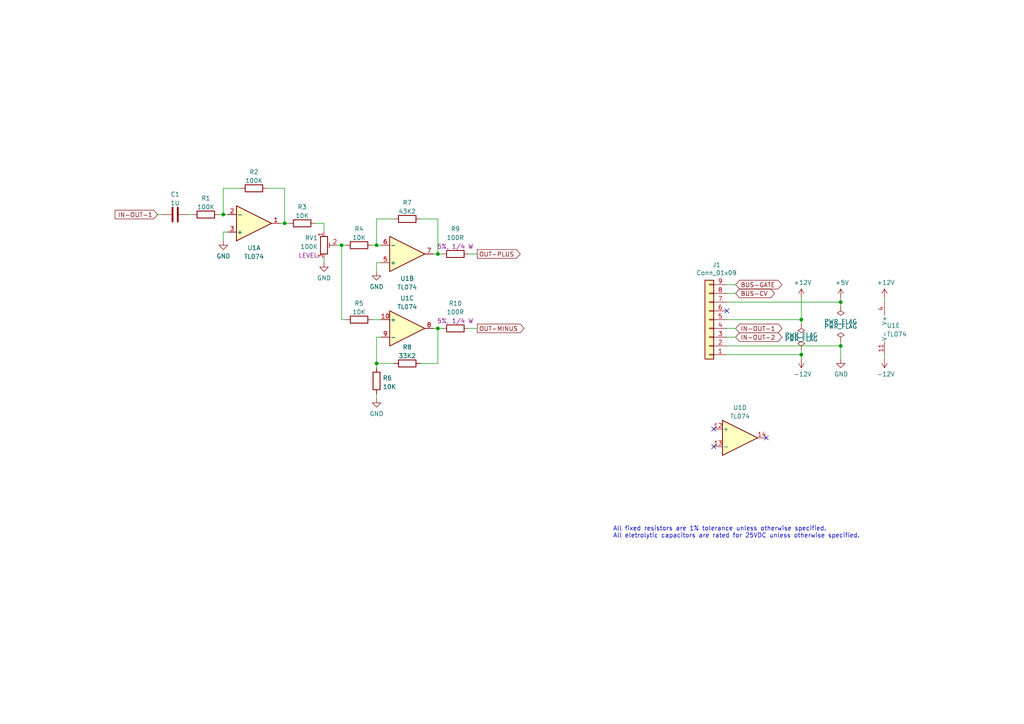
<source format=kicad_sch>
(kicad_sch (version 20211123) (generator eeschema)

  (uuid a1a9a0d8-c6de-418f-9a57-bf7f74b6d401)

  (paper "A4")

  (title_block
    (title "Audiout Prototype")
    (date "2022-03-12")
    (rev "1.0")
    (company "Len Popp")
    (comment 1 "Copyright © 2022 Len Popp CC BY")
    (comment 2 "Circuit design for my custom Eurorack breadboard prototyping module")
    (comment 3 "Prototype of audio output module")
  )

  (lib_symbols
    (symbol "-lmp-opamp:TL074" (pin_names (offset 0.127)) (in_bom yes) (on_board yes)
      (property "Reference" "U" (id 0) (at 0 5.08 0)
        (effects (font (size 1.27 1.27)) (justify left))
      )
      (property "Value" "TL074" (id 1) (at 0 -5.08 0)
        (effects (font (size 1.27 1.27)) (justify left))
      )
      (property "Footprint" "Package_DIP:DIP-14_W7.62mm" (id 2) (at -1.27 2.54 0)
        (effects (font (size 1.27 1.27)) hide)
      )
      (property "Datasheet" "http://www.ti.com/lit/ds/symlink/tl071.pdf" (id 3) (at 1.27 5.08 0)
        (effects (font (size 1.27 1.27)) hide)
      )
      (property "Manufacturer" "Texas Instruments" (id 4) (at 0 0 0)
        (effects (font (size 1.27 1.27)) hide)
      )
      (property "ManufacturerPartNum" "TL074BCN" (id 5) (at 0 0 0)
        (effects (font (size 1.27 1.27)) hide)
      )
      (property "Distributor" "Mouser" (id 6) (at 0 0 0)
        (effects (font (size 1.27 1.27)) hide)
      )
      (property "DistributorPartNum" "595-TL074BCN" (id 7) (at 0 0 0)
        (effects (font (size 1.27 1.27)) hide)
      )
      (property "DistributorPartLink" "https://www.mouser.ca/ProductDetail/?qs=vxEfx8VrU7BHurOY5iQdiA%3D%3D" (id 8) (at 0 0 0)
        (effects (font (size 1.27 1.27)) hide)
      )
      (property "ki_locked" "" (id 9) (at 0 0 0)
        (effects (font (size 1.27 1.27)))
      )
      (property "ki_keywords" "quad opamp" (id 10) (at 0 0 0)
        (effects (font (size 1.27 1.27)) hide)
      )
      (property "ki_description" "Quad Low-Noise JFET-Input Operational Amplifiers, DIP-14/SOIC-14" (id 11) (at 0 0 0)
        (effects (font (size 1.27 1.27)) hide)
      )
      (property "ki_fp_filters" "SOIC*3.9x8.7mm*P1.27mm* DIP*W7.62mm* TSSOP*4.4x5mm*P0.65mm* SSOP*5.3x6.2mm*P0.65mm* MSOP*3x3mm*P0.5mm*" (id 12) (at 0 0 0)
        (effects (font (size 1.27 1.27)) hide)
      )
      (symbol "TL074_1_1"
        (polyline
          (pts
            (xy -5.08 5.08)
            (xy 5.08 0)
            (xy -5.08 -5.08)
            (xy -5.08 5.08)
          )
          (stroke (width 0.254) (type default) (color 0 0 0 0))
          (fill (type background))
        )
        (pin output line (at 7.62 0 180) (length 2.54)
          (name "~" (effects (font (size 1.27 1.27))))
          (number "1" (effects (font (size 1.27 1.27))))
        )
        (pin input line (at -7.62 -2.54 0) (length 2.54)
          (name "-" (effects (font (size 1.27 1.27))))
          (number "2" (effects (font (size 1.27 1.27))))
        )
        (pin input line (at -7.62 2.54 0) (length 2.54)
          (name "+" (effects (font (size 1.27 1.27))))
          (number "3" (effects (font (size 1.27 1.27))))
        )
      )
      (symbol "TL074_2_1"
        (polyline
          (pts
            (xy -5.08 5.08)
            (xy 5.08 0)
            (xy -5.08 -5.08)
            (xy -5.08 5.08)
          )
          (stroke (width 0.254) (type default) (color 0 0 0 0))
          (fill (type background))
        )
        (pin input line (at -7.62 2.54 0) (length 2.54)
          (name "+" (effects (font (size 1.27 1.27))))
          (number "5" (effects (font (size 1.27 1.27))))
        )
        (pin input line (at -7.62 -2.54 0) (length 2.54)
          (name "-" (effects (font (size 1.27 1.27))))
          (number "6" (effects (font (size 1.27 1.27))))
        )
        (pin output line (at 7.62 0 180) (length 2.54)
          (name "~" (effects (font (size 1.27 1.27))))
          (number "7" (effects (font (size 1.27 1.27))))
        )
      )
      (symbol "TL074_3_1"
        (polyline
          (pts
            (xy -5.08 5.08)
            (xy 5.08 0)
            (xy -5.08 -5.08)
            (xy -5.08 5.08)
          )
          (stroke (width 0.254) (type default) (color 0 0 0 0))
          (fill (type background))
        )
        (pin input line (at -7.62 2.54 0) (length 2.54)
          (name "+" (effects (font (size 1.27 1.27))))
          (number "10" (effects (font (size 1.27 1.27))))
        )
        (pin output line (at 7.62 0 180) (length 2.54)
          (name "~" (effects (font (size 1.27 1.27))))
          (number "8" (effects (font (size 1.27 1.27))))
        )
        (pin input line (at -7.62 -2.54 0) (length 2.54)
          (name "-" (effects (font (size 1.27 1.27))))
          (number "9" (effects (font (size 1.27 1.27))))
        )
      )
      (symbol "TL074_4_1"
        (polyline
          (pts
            (xy -5.08 5.08)
            (xy 5.08 0)
            (xy -5.08 -5.08)
            (xy -5.08 5.08)
          )
          (stroke (width 0.254) (type default) (color 0 0 0 0))
          (fill (type background))
        )
        (pin input line (at -7.62 2.54 0) (length 2.54)
          (name "+" (effects (font (size 1.27 1.27))))
          (number "12" (effects (font (size 1.27 1.27))))
        )
        (pin input line (at -7.62 -2.54 0) (length 2.54)
          (name "-" (effects (font (size 1.27 1.27))))
          (number "13" (effects (font (size 1.27 1.27))))
        )
        (pin output line (at 7.62 0 180) (length 2.54)
          (name "~" (effects (font (size 1.27 1.27))))
          (number "14" (effects (font (size 1.27 1.27))))
        )
      )
      (symbol "TL074_5_1"
        (pin power_in line (at -2.54 -7.62 90) (length 3.81)
          (name "V-" (effects (font (size 1.27 1.27))))
          (number "11" (effects (font (size 1.27 1.27))))
        )
        (pin power_in line (at -2.54 7.62 270) (length 3.81)
          (name "V+" (effects (font (size 1.27 1.27))))
          (number "4" (effects (font (size 1.27 1.27))))
        )
      )
    )
    (symbol "-lmp-power:+12V" (power) (pin_names (offset 0)) (in_bom yes) (on_board yes)
      (property "Reference" "#PWR" (id 0) (at 0 -3.81 0)
        (effects (font (size 1.27 1.27)) hide)
      )
      (property "Value" "+12V" (id 1) (at 0 3.556 0)
        (effects (font (size 1.27 1.27)))
      )
      (property "Footprint" "" (id 2) (at 0 0 0)
        (effects (font (size 1.27 1.27)) hide)
      )
      (property "Datasheet" "" (id 3) (at 0 0 0)
        (effects (font (size 1.27 1.27)) hide)
      )
      (property "ki_keywords" "power-flag" (id 4) (at 0 0 0)
        (effects (font (size 1.27 1.27)) hide)
      )
      (property "ki_description" "Power symbol creates a global label with name \"+12V\"" (id 5) (at 0 0 0)
        (effects (font (size 1.27 1.27)) hide)
      )
      (symbol "+12V_0_1"
        (polyline
          (pts
            (xy -0.762 1.27)
            (xy 0 2.54)
          )
          (stroke (width 0) (type default) (color 0 0 0 0))
          (fill (type none))
        )
        (polyline
          (pts
            (xy 0 0)
            (xy 0 2.54)
          )
          (stroke (width 0) (type default) (color 0 0 0 0))
          (fill (type none))
        )
        (polyline
          (pts
            (xy 0 2.54)
            (xy 0.762 1.27)
          )
          (stroke (width 0) (type default) (color 0 0 0 0))
          (fill (type none))
        )
      )
      (symbol "+12V_1_1"
        (pin power_in line (at 0 0 90) (length 0) hide
          (name "+12V" (effects (font (size 1.27 1.27))))
          (number "1" (effects (font (size 1.27 1.27))))
        )
      )
    )
    (symbol "-lmp-power:+5V" (power) (pin_names (offset 0)) (in_bom yes) (on_board yes)
      (property "Reference" "#PWR" (id 0) (at 0 -3.81 0)
        (effects (font (size 1.27 1.27)) hide)
      )
      (property "Value" "+5V" (id 1) (at 0 3.556 0)
        (effects (font (size 1.27 1.27)))
      )
      (property "Footprint" "" (id 2) (at 0 0 0)
        (effects (font (size 1.27 1.27)) hide)
      )
      (property "Datasheet" "" (id 3) (at 0 0 0)
        (effects (font (size 1.27 1.27)) hide)
      )
      (property "ki_keywords" "power-flag" (id 4) (at 0 0 0)
        (effects (font (size 1.27 1.27)) hide)
      )
      (property "ki_description" "Power symbol creates a global label with name \"+5V\"" (id 5) (at 0 0 0)
        (effects (font (size 1.27 1.27)) hide)
      )
      (symbol "+5V_0_1"
        (polyline
          (pts
            (xy -0.762 1.27)
            (xy 0 2.54)
          )
          (stroke (width 0) (type default) (color 0 0 0 0))
          (fill (type none))
        )
        (polyline
          (pts
            (xy 0 0)
            (xy 0 2.54)
          )
          (stroke (width 0) (type default) (color 0 0 0 0))
          (fill (type none))
        )
        (polyline
          (pts
            (xy 0 2.54)
            (xy 0.762 1.27)
          )
          (stroke (width 0) (type default) (color 0 0 0 0))
          (fill (type none))
        )
      )
      (symbol "+5V_1_1"
        (pin power_in line (at 0 0 90) (length 0) hide
          (name "+5V" (effects (font (size 1.27 1.27))))
          (number "1" (effects (font (size 1.27 1.27))))
        )
      )
    )
    (symbol "-lmp-power:-12V" (power) (pin_names (offset 0)) (in_bom yes) (on_board yes)
      (property "Reference" "#PWR" (id 0) (at 0 3.81 0)
        (effects (font (size 1.27 1.27)) hide)
      )
      (property "Value" "-12V" (id 1) (at 0 -3.556 0)
        (effects (font (size 1.27 1.27)))
      )
      (property "Footprint" "" (id 2) (at 0 0 0)
        (effects (font (size 1.27 1.27)) hide)
      )
      (property "Datasheet" "" (id 3) (at 0 0 0)
        (effects (font (size 1.27 1.27)) hide)
      )
      (property "ki_keywords" "power-flag" (id 4) (at 0 0 0)
        (effects (font (size 1.27 1.27)) hide)
      )
      (property "ki_description" "Power symbol creates a global label with name \"-12V\"" (id 5) (at 0 0 0)
        (effects (font (size 1.27 1.27)) hide)
      )
      (symbol "-12V_0_1"
        (polyline
          (pts
            (xy -0.762 -1.27)
            (xy 0 -2.54)
          )
          (stroke (width 0) (type default) (color 0 0 0 0))
          (fill (type none))
        )
        (polyline
          (pts
            (xy 0 -2.54)
            (xy 0.762 -1.27)
          )
          (stroke (width 0) (type default) (color 0 0 0 0))
          (fill (type none))
        )
        (polyline
          (pts
            (xy 0 0)
            (xy 0 -2.54)
          )
          (stroke (width 0) (type default) (color 0 0 0 0))
          (fill (type none))
        )
      )
      (symbol "-12V_1_1"
        (pin power_in line (at 0 0 270) (length 0) hide
          (name "-12V" (effects (font (size 1.27 1.27))))
          (number "1" (effects (font (size 1.27 1.27))))
        )
      )
    )
    (symbol "-lmp-power:GND" (power) (pin_names (offset 0)) (in_bom yes) (on_board yes)
      (property "Reference" "#PWR" (id 0) (at 0 -6.35 0)
        (effects (font (size 1.27 1.27)) hide)
      )
      (property "Value" "GND" (id 1) (at 0 -3.81 0)
        (effects (font (size 1.27 1.27)))
      )
      (property "Footprint" "" (id 2) (at 0 0 0)
        (effects (font (size 1.27 1.27)) hide)
      )
      (property "Datasheet" "" (id 3) (at 0 0 0)
        (effects (font (size 1.27 1.27)) hide)
      )
      (property "ki_keywords" "power-flag" (id 4) (at 0 0 0)
        (effects (font (size 1.27 1.27)) hide)
      )
      (property "ki_description" "Power symbol creates a global label with name \"GND\" , ground" (id 5) (at 0 0 0)
        (effects (font (size 1.27 1.27)) hide)
      )
      (symbol "GND_0_1"
        (polyline
          (pts
            (xy 0 0)
            (xy 0 -1.27)
            (xy 1.27 -1.27)
            (xy 0 -2.54)
            (xy -1.27 -1.27)
            (xy 0 -1.27)
          )
          (stroke (width 0) (type default) (color 0 0 0 0))
          (fill (type none))
        )
      )
      (symbol "GND_1_1"
        (pin power_in line (at 0 0 270) (length 0) hide
          (name "GND" (effects (font (size 1.27 1.27))))
          (number "1" (effects (font (size 1.27 1.27))))
        )
      )
    )
    (symbol "-lmp-power:PWR_FLAG" (power) (pin_numbers hide) (pin_names (offset 0) hide) (in_bom yes) (on_board yes)
      (property "Reference" "#FLG" (id 0) (at 0 1.905 0)
        (effects (font (size 1.27 1.27)) hide)
      )
      (property "Value" "PWR_FLAG" (id 1) (at 0 3.81 0)
        (effects (font (size 1.27 1.27)))
      )
      (property "Footprint" "" (id 2) (at 0 0 0)
        (effects (font (size 1.27 1.27)) hide)
      )
      (property "Datasheet" "~" (id 3) (at 0 0 0)
        (effects (font (size 1.27 1.27)) hide)
      )
      (property "ki_keywords" "power-flag" (id 4) (at 0 0 0)
        (effects (font (size 1.27 1.27)) hide)
      )
      (property "ki_description" "Special symbol for telling ERC where power comes from" (id 5) (at 0 0 0)
        (effects (font (size 1.27 1.27)) hide)
      )
      (symbol "PWR_FLAG_0_0"
        (pin power_out line (at 0 0 90) (length 0)
          (name "pwr" (effects (font (size 1.27 1.27))))
          (number "1" (effects (font (size 1.27 1.27))))
        )
      )
      (symbol "PWR_FLAG_0_1"
        (polyline
          (pts
            (xy 0 0)
            (xy 0 1.27)
            (xy -1.016 1.905)
            (xy 0 2.54)
            (xy 1.016 1.905)
            (xy 0 1.27)
          )
          (stroke (width 0) (type default) (color 0 0 0 0))
          (fill (type none))
        )
      )
    )
    (symbol "-lmp-synth:R_1K_Output" (pin_numbers hide) (pin_names (offset 0)) (in_bom yes) (on_board yes)
      (property "Reference" "R" (id 0) (at -2.286 0 90)
        (effects (font (size 1.27 1.27)))
      )
      (property "Value" "R_1K_Output" (id 1) (at 2.413 0 90)
        (effects (font (size 1.27 1.27)))
      )
      (property "Footprint" "-lmp-misc:R_Axial_DIN0207_L6.3mm_D2.5mm_P10.16mm_Horizontal" (id 2) (at -1.778 0 90)
        (effects (font (size 1.27 1.27)) hide)
      )
      (property "Datasheet" "https://www.mouser.ca/datasheet/2/427/ccf07-1762725.pdf" (id 3) (at 0 0 0)
        (effects (font (size 1.27 1.27)) hide)
      )
      (property "Value2" "5%, 1/4 W" (id 4) (at 4.445 0 90)
        (effects (font (size 1.27 1.27)))
      )
      (property "Note" "Output limiting" (id 5) (at -1.905 -1.905 90)
        (effects (font (size 1.27 1.27)) hide)
      )
      (property "Manufacturer" "Vishay / Dale" (id 6) (at 0 0 0)
        (effects (font (size 1.27 1.27)) hide)
      )
      (property "ManufacturerPartNum" "CCF071K00JKE36" (id 7) (at 0 0 0)
        (effects (font (size 1.27 1.27)) hide)
      )
      (property "Distributor" "Mouser" (id 8) (at -1.905 0 90)
        (effects (font (size 1.27 1.27)) hide)
      )
      (property "DistributorPartNum" "71-CCF071K00JKE36" (id 9) (at 0 0 0)
        (effects (font (size 1.27 1.27)) hide)
      )
      (property "DistributorPartLink" "https://www.mouser.ca/ProductDetail/Vishay-Dale/CCF071K00JKE36?qs=sGAEpiMZZMsPqMdJzcrNwqw41JD0NFylHV1MADcQnpo%3D" (id 10) (at 0 0 0)
        (effects (font (size 1.27 1.27)) hide)
      )
      (property "ki_keywords" "R res resistor" (id 11) (at 0 0 0)
        (effects (font (size 1.27 1.27)) hide)
      )
      (property "ki_description" "Resistor" (id 12) (at 0 0 0)
        (effects (font (size 1.27 1.27)) hide)
      )
      (property "ki_fp_filters" "R_*" (id 13) (at 0 0 0)
        (effects (font (size 1.27 1.27)) hide)
      )
      (symbol "R_1K_Output_0_1"
        (rectangle (start -1.016 -2.54) (end 1.016 2.54)
          (stroke (width 0.254) (type default) (color 0 0 0 0))
          (fill (type none))
        )
      )
      (symbol "R_1K_Output_1_1"
        (pin passive line (at 0 3.81 270) (length 1.27)
          (name "~" (effects (font (size 1.27 1.27))))
          (number "1" (effects (font (size 1.27 1.27))))
        )
        (pin passive line (at 0 -3.81 90) (length 1.27)
          (name "~" (effects (font (size 1.27 1.27))))
          (number "2" (effects (font (size 1.27 1.27))))
        )
      )
    )
    (symbol "-lmp:CF" (pin_numbers hide) (pin_names (offset 0.254)) (in_bom yes) (on_board yes)
      (property "Reference" "C" (id 0) (at 0.635 2.54 0)
        (effects (font (size 1.27 1.27)) (justify left))
      )
      (property "Value" "CF" (id 1) (at 0.635 -2.54 0)
        (effects (font (size 1.27 1.27)) (justify left))
      )
      (property "Footprint" "" (id 2) (at 0.9652 -3.81 0)
        (effects (font (size 1.27 1.27)) hide)
      )
      (property "Datasheet" "~" (id 3) (at 0 0 0)
        (effects (font (size 1.27 1.27)) hide)
      )
      (property "ki_keywords" "cap capacitor film" (id 4) (at 0 0 0)
        (effects (font (size 1.27 1.27)) hide)
      )
      (property "ki_description" "Capacitor - Film" (id 5) (at 0 0 0)
        (effects (font (size 1.27 1.27)) hide)
      )
      (property "ki_fp_filters" "C_*" (id 6) (at 0 0 0)
        (effects (font (size 1.27 1.27)) hide)
      )
      (symbol "CF_0_1"
        (polyline
          (pts
            (xy -2.032 -0.762)
            (xy 2.032 -0.762)
          )
          (stroke (width 0.508) (type default) (color 0 0 0 0))
          (fill (type none))
        )
        (polyline
          (pts
            (xy -2.032 0.762)
            (xy 2.032 0.762)
          )
          (stroke (width 0.508) (type default) (color 0 0 0 0))
          (fill (type none))
        )
      )
      (symbol "CF_1_1"
        (pin passive line (at 0 3.81 270) (length 2.794)
          (name "~" (effects (font (size 1.27 1.27))))
          (number "1" (effects (font (size 1.27 1.27))))
        )
        (pin passive line (at 0 -3.81 90) (length 2.794)
          (name "~" (effects (font (size 1.27 1.27))))
          (number "2" (effects (font (size 1.27 1.27))))
        )
      )
    )
    (symbol "-lmp:R_1%_0W166" (pin_numbers hide) (pin_names (offset 0)) (in_bom yes) (on_board yes)
      (property "Reference" "R" (id 0) (at -2.286 0 90)
        (effects (font (size 1.27 1.27)))
      )
      (property "Value" "R_1%_0W166" (id 1) (at 2.413 0 90)
        (effects (font (size 1.27 1.27)))
      )
      (property "Footprint" "-lmp-misc:R_Axial_DIN0207_L6.3mm_D2.5mm_P7.62mm_Horizontal" (id 2) (at -1.778 0 90)
        (effects (font (size 1.27 1.27)) hide)
      )
      (property "Datasheet" "https://www.mouser.ca/datasheet/2/447/Yageo_LR_MFR_1-1714151.pdf" (id 3) (at 0 0 0)
        (effects (font (size 1.27 1.27)) hide)
      )
      (property "Manufacturer" "YAGEO" (id 4) (at 0 0 0)
        (effects (font (size 1.27 1.27)) hide)
      )
      (property "ManufacturerPartNum" "MFR-12*" (id 5) (at 0 0 0)
        (effects (font (size 1.27 1.27)) hide)
      )
      (property "Distributor" "Mouser" (id 6) (at 0 0 0)
        (effects (font (size 1.27 1.27)) hide)
      )
      (property "DistributorPartNum" "603-MFR-12*" (id 7) (at 0 0 0)
        (effects (font (size 1.27 1.27)) hide)
      )
      (property "DistributorPartLink" "https://www.mouser.ca/c/?m=YAGEO&power+rating=166+mW+(1%2f6+W)&tolerance=1+%25&instock=y" (id 8) (at 0 0 0)
        (effects (font (size 1.27 1.27)) hide)
      )
      (property "Value2" "1%, 1/6 W" (id 9) (at 4.953 0 90)
        (effects (font (size 1.27 1.27)) hide)
      )
      (property "ki_keywords" "R res resistor" (id 10) (at 0 0 0)
        (effects (font (size 1.27 1.27)) hide)
      )
      (property "ki_description" "Resistor" (id 11) (at 0 0 0)
        (effects (font (size 1.27 1.27)) hide)
      )
      (property "ki_fp_filters" "R_*" (id 12) (at 0 0 0)
        (effects (font (size 1.27 1.27)) hide)
      )
      (symbol "R_1%_0W166_0_1"
        (rectangle (start -1.016 -2.54) (end 1.016 2.54)
          (stroke (width 0.254) (type default) (color 0 0 0 0))
          (fill (type none))
        )
      )
      (symbol "R_1%_0W166_1_1"
        (pin passive line (at 0 3.81 270) (length 1.27)
          (name "~" (effects (font (size 1.27 1.27))))
          (number "1" (effects (font (size 1.27 1.27))))
        )
        (pin passive line (at 0 -3.81 90) (length 1.27)
          (name "~" (effects (font (size 1.27 1.27))))
          (number "2" (effects (font (size 1.27 1.27))))
        )
      )
    )
    (symbol "-lmp:R_POT_TRIM" (pin_names (offset 1.016) hide) (in_bom yes) (on_board yes)
      (property "Reference" "RV" (id 0) (at -6.858 0 90)
        (effects (font (size 1.27 1.27)))
      )
      (property "Value" "R_POT_TRIM" (id 1) (at -4.953 0 90)
        (effects (font (size 1.27 1.27)))
      )
      (property "Footprint" "-lmp-misc:Potentiometer_Bourns_3386P_Top" (id 2) (at 0 0 0)
        (effects (font (size 1.27 1.27)) hide)
      )
      (property "Datasheet" "https://www.mouser.ca/datasheet/2/54/3386-776606.pdf" (id 3) (at 0 0 0)
        (effects (font (size 1.27 1.27)) hide)
      )
      (property "Label" "[label]" (id 4) (at -2.921 0 90)
        (effects (font (size 1.27 1.27)))
      )
      (property "Manufacturer" "Bourns" (id 5) (at 0 0 0)
        (effects (font (size 1.27 1.27)) hide)
      )
      (property "ManufacturerPartNum" "3386*" (id 6) (at 0 0 0)
        (effects (font (size 1.27 1.27)) hide)
      )
      (property "Distributor" "Mouser" (id 7) (at 0 0 0)
        (effects (font (size 1.27 1.27)) hide)
      )
      (property "DistributorPartNum" "652-3386*" (id 8) (at 0 0 0)
        (effects (font (size 1.27 1.27)) hide)
      )
      (property "DistributorPartLink" "https://www.mouser.ca/c/passive-components/resistors/variable-resistors/trimmer-resistors-through-hole/?number+of+turns=1&series=3386&instock=y" (id 9) (at 0 0 0)
        (effects (font (size 1.27 1.27)) hide)
      )
      (property "ki_keywords" "resistor variable trimpot trimmer" (id 10) (at 0 0 0)
        (effects (font (size 1.27 1.27)) hide)
      )
      (property "ki_description" "Trim-potentiometer" (id 11) (at 0 0 0)
        (effects (font (size 1.27 1.27)) hide)
      )
      (property "ki_fp_filters" "Potentiometer*" (id 12) (at 0 0 0)
        (effects (font (size 1.27 1.27)) hide)
      )
      (symbol "R_POT_TRIM_0_1"
        (polyline
          (pts
            (xy 1.524 0.762)
            (xy 1.524 -0.762)
          )
          (stroke (width 0) (type default) (color 0 0 0 0))
          (fill (type none))
        )
        (polyline
          (pts
            (xy 2.54 0)
            (xy 1.524 0)
          )
          (stroke (width 0) (type default) (color 0 0 0 0))
          (fill (type none))
        )
        (rectangle (start 1.016 2.54) (end -1.016 -2.54)
          (stroke (width 0.254) (type default) (color 0 0 0 0))
          (fill (type none))
        )
      )
      (symbol "R_POT_TRIM_1_1"
        (pin passive line (at 0 3.81 270) (length 1.27)
          (name "1" (effects (font (size 1.27 1.27))))
          (number "1" (effects (font (size 1.27 1.27))))
        )
        (pin passive line (at 3.81 0 180) (length 1.27)
          (name "2" (effects (font (size 1.27 1.27))))
          (number "2" (effects (font (size 1.27 1.27))))
        )
        (pin passive line (at 0 -3.81 90) (length 1.27)
          (name "3" (effects (font (size 1.27 1.27))))
          (number "3" (effects (font (size 1.27 1.27))))
        )
      )
    )
    (symbol "Connector_Generic:Conn_01x09" (pin_names (offset 1.016) hide) (in_bom yes) (on_board yes)
      (property "Reference" "J" (id 0) (at 0 12.7 0)
        (effects (font (size 1.27 1.27)))
      )
      (property "Value" "Conn_01x09" (id 1) (at 0 -12.7 0)
        (effects (font (size 1.27 1.27)))
      )
      (property "Footprint" "" (id 2) (at 0 0 0)
        (effects (font (size 1.27 1.27)) hide)
      )
      (property "Datasheet" "~" (id 3) (at 0 0 0)
        (effects (font (size 1.27 1.27)) hide)
      )
      (property "ki_keywords" "connector" (id 4) (at 0 0 0)
        (effects (font (size 1.27 1.27)) hide)
      )
      (property "ki_description" "Generic connector, single row, 01x09, script generated (kicad-library-utils/schlib/autogen/connector/)" (id 5) (at 0 0 0)
        (effects (font (size 1.27 1.27)) hide)
      )
      (property "ki_fp_filters" "Connector*:*_1x??_*" (id 6) (at 0 0 0)
        (effects (font (size 1.27 1.27)) hide)
      )
      (symbol "Conn_01x09_1_1"
        (rectangle (start -1.27 -10.033) (end 0 -10.287)
          (stroke (width 0.1524) (type default) (color 0 0 0 0))
          (fill (type none))
        )
        (rectangle (start -1.27 -7.493) (end 0 -7.747)
          (stroke (width 0.1524) (type default) (color 0 0 0 0))
          (fill (type none))
        )
        (rectangle (start -1.27 -4.953) (end 0 -5.207)
          (stroke (width 0.1524) (type default) (color 0 0 0 0))
          (fill (type none))
        )
        (rectangle (start -1.27 -2.413) (end 0 -2.667)
          (stroke (width 0.1524) (type default) (color 0 0 0 0))
          (fill (type none))
        )
        (rectangle (start -1.27 0.127) (end 0 -0.127)
          (stroke (width 0.1524) (type default) (color 0 0 0 0))
          (fill (type none))
        )
        (rectangle (start -1.27 2.667) (end 0 2.413)
          (stroke (width 0.1524) (type default) (color 0 0 0 0))
          (fill (type none))
        )
        (rectangle (start -1.27 5.207) (end 0 4.953)
          (stroke (width 0.1524) (type default) (color 0 0 0 0))
          (fill (type none))
        )
        (rectangle (start -1.27 7.747) (end 0 7.493)
          (stroke (width 0.1524) (type default) (color 0 0 0 0))
          (fill (type none))
        )
        (rectangle (start -1.27 10.287) (end 0 10.033)
          (stroke (width 0.1524) (type default) (color 0 0 0 0))
          (fill (type none))
        )
        (rectangle (start -1.27 11.43) (end 1.27 -11.43)
          (stroke (width 0.254) (type default) (color 0 0 0 0))
          (fill (type background))
        )
        (pin passive line (at -5.08 10.16 0) (length 3.81)
          (name "Pin_1" (effects (font (size 1.27 1.27))))
          (number "1" (effects (font (size 1.27 1.27))))
        )
        (pin passive line (at -5.08 7.62 0) (length 3.81)
          (name "Pin_2" (effects (font (size 1.27 1.27))))
          (number "2" (effects (font (size 1.27 1.27))))
        )
        (pin passive line (at -5.08 5.08 0) (length 3.81)
          (name "Pin_3" (effects (font (size 1.27 1.27))))
          (number "3" (effects (font (size 1.27 1.27))))
        )
        (pin passive line (at -5.08 2.54 0) (length 3.81)
          (name "Pin_4" (effects (font (size 1.27 1.27))))
          (number "4" (effects (font (size 1.27 1.27))))
        )
        (pin passive line (at -5.08 0 0) (length 3.81)
          (name "Pin_5" (effects (font (size 1.27 1.27))))
          (number "5" (effects (font (size 1.27 1.27))))
        )
        (pin passive line (at -5.08 -2.54 0) (length 3.81)
          (name "Pin_6" (effects (font (size 1.27 1.27))))
          (number "6" (effects (font (size 1.27 1.27))))
        )
        (pin passive line (at -5.08 -5.08 0) (length 3.81)
          (name "Pin_7" (effects (font (size 1.27 1.27))))
          (number "7" (effects (font (size 1.27 1.27))))
        )
        (pin passive line (at -5.08 -7.62 0) (length 3.81)
          (name "Pin_8" (effects (font (size 1.27 1.27))))
          (number "8" (effects (font (size 1.27 1.27))))
        )
        (pin passive line (at -5.08 -10.16 0) (length 3.81)
          (name "Pin_9" (effects (font (size 1.27 1.27))))
          (number "9" (effects (font (size 1.27 1.27))))
        )
      )
    )
  )

  (junction (at 64.77 62.23) (diameter 0) (color 0 0 0 0)
    (uuid 1070dd55-b600-4254-80cf-ba2e0f529d2d)
  )
  (junction (at 109.22 105.41) (diameter 0) (color 0 0 0 0)
    (uuid 1c7e8956-2128-4a5e-9ef8-7aee90e74f95)
  )
  (junction (at 232.41 102.87) (diameter 0) (color 0 0 0 0)
    (uuid 22c22de0-30f9-42af-ac14-44974608319c)
  )
  (junction (at 232.41 92.71) (diameter 0) (color 0 0 0 0)
    (uuid 277337c2-8b08-4bed-a885-4a8adba6aa1b)
  )
  (junction (at 243.84 100.33) (diameter 0) (color 0 0 0 0)
    (uuid 2de0f335-3e5d-4176-a9c8-d3718f0aa5a9)
  )
  (junction (at 243.84 87.63) (diameter 0) (color 0 0 0 0)
    (uuid 5802adda-5a62-42e3-8e55-f26224a0ef6f)
  )
  (junction (at 127 73.66) (diameter 0) (color 0 0 0 0)
    (uuid 6f6ad3d6-29fd-47c5-95e1-05019dae5758)
  )
  (junction (at 127 95.25) (diameter 0) (color 0 0 0 0)
    (uuid 8ed9fb0c-f534-434a-bb14-1aab4a93452c)
  )
  (junction (at 99.06 71.12) (diameter 0) (color 0 0 0 0)
    (uuid 93fd81da-48c6-4b5e-b104-5a24de608679)
  )
  (junction (at 109.22 71.12) (diameter 0) (color 0 0 0 0)
    (uuid c23573ad-6cd9-4297-ad85-74d34fd28774)
  )
  (junction (at 82.55 64.77) (diameter 0) (color 0 0 0 0)
    (uuid d44616e4-d482-4f21-8267-518d075c0377)
  )

  (no_connect (at 210.82 90.17) (uuid 90a74f5e-7380-4ff0-bb5e-d9d5841f174b))
  (no_connect (at 222.25 127) (uuid 9a7a10f5-09c1-4de5-9724-b704a0820d11))
  (no_connect (at 207.01 129.54) (uuid 9a7a10f5-09c1-4de5-9724-b704a0820d12))
  (no_connect (at 207.01 124.46) (uuid 9a7a10f5-09c1-4de5-9724-b704a0820d13))

  (wire (pts (xy 82.55 54.61) (xy 77.47 54.61))
    (stroke (width 0) (type default) (color 0 0 0 0))
    (uuid 07fc7a9e-89ee-4af7-ba83-032f8601acd8)
  )
  (wire (pts (xy 109.22 76.2) (xy 109.22 78.74))
    (stroke (width 0) (type default) (color 0 0 0 0))
    (uuid 0ae227d8-beda-4e1e-908c-5f26618e407c)
  )
  (wire (pts (xy 99.06 71.12) (xy 100.33 71.12))
    (stroke (width 0) (type default) (color 0 0 0 0))
    (uuid 0f5cdc11-6640-4524-a77b-b00353cd4f4b)
  )
  (wire (pts (xy 127 73.66) (xy 127 63.5))
    (stroke (width 0) (type default) (color 0 0 0 0))
    (uuid 146266e6-2e06-489a-87ed-ce7c3873e16d)
  )
  (wire (pts (xy 210.82 95.25) (xy 213.36 95.25))
    (stroke (width 0) (type default) (color 0 0 0 0))
    (uuid 15f06c58-f54a-4e99-8411-3b02ee2b6d87)
  )
  (wire (pts (xy 109.22 71.12) (xy 110.49 71.12))
    (stroke (width 0) (type default) (color 0 0 0 0))
    (uuid 17785207-7b1c-4e79-b66e-827de0ee47c9)
  )
  (wire (pts (xy 81.28 64.77) (xy 82.55 64.77))
    (stroke (width 0) (type default) (color 0 0 0 0))
    (uuid 1df1704f-11ef-4e26-bc71-e06cc263303c)
  )
  (wire (pts (xy 232.41 102.87) (xy 232.41 101.6))
    (stroke (width 0) (type default) (color 0 0 0 0))
    (uuid 27949936-d4de-46b8-a7b5-f27b8704bb91)
  )
  (wire (pts (xy 110.49 76.2) (xy 109.22 76.2))
    (stroke (width 0) (type default) (color 0 0 0 0))
    (uuid 292270ed-63ce-4db4-8a8b-3ca7e2ad7ae1)
  )
  (wire (pts (xy 243.84 99.06) (xy 243.84 100.33))
    (stroke (width 0) (type default) (color 0 0 0 0))
    (uuid 2e8b0c18-e4dc-4e55-ae79-2a9f266398d1)
  )
  (wire (pts (xy 54.61 62.23) (xy 55.88 62.23))
    (stroke (width 0) (type default) (color 0 0 0 0))
    (uuid 32f3c77f-b92a-49b2-aacf-c8c6901587ed)
  )
  (wire (pts (xy 99.06 92.71) (xy 99.06 71.12))
    (stroke (width 0) (type default) (color 0 0 0 0))
    (uuid 43bd42f8-ecd6-4929-a9f1-277b6b97de95)
  )
  (wire (pts (xy 109.22 114.3) (xy 109.22 115.57))
    (stroke (width 0) (type default) (color 0 0 0 0))
    (uuid 4941f860-1a0c-4902-bf00-d318e2a92890)
  )
  (wire (pts (xy 127 73.66) (xy 128.27 73.66))
    (stroke (width 0) (type default) (color 0 0 0 0))
    (uuid 4b37fa8e-09a2-4ded-8018-597f96a1fd10)
  )
  (wire (pts (xy 135.89 73.66) (xy 138.43 73.66))
    (stroke (width 0) (type default) (color 0 0 0 0))
    (uuid 52e6da8f-75f4-44cd-a87f-4d495cd7db70)
  )
  (wire (pts (xy 213.36 97.79) (xy 210.82 97.79))
    (stroke (width 0) (type default) (color 0 0 0 0))
    (uuid 57d975d4-6607-4de8-909d-121b06b236cd)
  )
  (wire (pts (xy 82.55 64.77) (xy 82.55 54.61))
    (stroke (width 0) (type default) (color 0 0 0 0))
    (uuid 5eefdd59-bae1-47e9-a4e8-a5dfbc6cb78c)
  )
  (wire (pts (xy 135.89 95.25) (xy 138.43 95.25))
    (stroke (width 0) (type default) (color 0 0 0 0))
    (uuid 60c818f8-c3a8-42c6-9aeb-4c040b67ef78)
  )
  (wire (pts (xy 256.54 86.36) (xy 256.54 87.63))
    (stroke (width 0) (type default) (color 0 0 0 0))
    (uuid 612a1402-9494-49b4-b097-59759990ab56)
  )
  (wire (pts (xy 127 95.25) (xy 127 105.41))
    (stroke (width 0) (type default) (color 0 0 0 0))
    (uuid 67cc5707-1acd-4227-a28a-174f4ec8071f)
  )
  (wire (pts (xy 243.84 100.33) (xy 210.82 100.33))
    (stroke (width 0) (type default) (color 0 0 0 0))
    (uuid 694a8561-8fe5-4c63-8ec3-a4bf3d5f6f49)
  )
  (wire (pts (xy 91.44 64.77) (xy 93.98 64.77))
    (stroke (width 0) (type default) (color 0 0 0 0))
    (uuid 6a7772d9-fea8-40dd-86a4-5a9f7a7cdca6)
  )
  (wire (pts (xy 107.95 71.12) (xy 109.22 71.12))
    (stroke (width 0) (type default) (color 0 0 0 0))
    (uuid 6c7aeb57-0321-4083-b416-b31ab76974cb)
  )
  (wire (pts (xy 110.49 97.79) (xy 109.22 97.79))
    (stroke (width 0) (type default) (color 0 0 0 0))
    (uuid 6e431fb9-6209-461b-b1cb-5a7ad46d6d73)
  )
  (wire (pts (xy 109.22 105.41) (xy 109.22 106.68))
    (stroke (width 0) (type default) (color 0 0 0 0))
    (uuid 7013223b-e194-4637-b5c2-ccb842f64d17)
  )
  (wire (pts (xy 64.77 54.61) (xy 64.77 62.23))
    (stroke (width 0) (type default) (color 0 0 0 0))
    (uuid 77a7e4d2-e7b8-40cf-988f-6a319e4cf290)
  )
  (wire (pts (xy 232.41 93.98) (xy 232.41 92.71))
    (stroke (width 0) (type default) (color 0 0 0 0))
    (uuid 80016814-1048-4c03-8951-199346c6ded2)
  )
  (wire (pts (xy 109.22 63.5) (xy 109.22 71.12))
    (stroke (width 0) (type default) (color 0 0 0 0))
    (uuid 8033ea1f-81d8-4643-ab44-b28e6595553f)
  )
  (wire (pts (xy 64.77 67.31) (xy 64.77 69.85))
    (stroke (width 0) (type default) (color 0 0 0 0))
    (uuid 849f3d14-f0b8-4537-b3d9-7d1c506b2b94)
  )
  (wire (pts (xy 114.3 105.41) (xy 109.22 105.41))
    (stroke (width 0) (type default) (color 0 0 0 0))
    (uuid 876218b1-c3e7-400e-81f9-0819f979f4f2)
  )
  (wire (pts (xy 110.49 92.71) (xy 107.95 92.71))
    (stroke (width 0) (type default) (color 0 0 0 0))
    (uuid 8b9fec4c-fe0b-42db-9878-619dbb2e8ec2)
  )
  (wire (pts (xy 232.41 102.87) (xy 210.82 102.87))
    (stroke (width 0) (type default) (color 0 0 0 0))
    (uuid 98d5b032-0729-4f09-987b-334a5aaaf3d0)
  )
  (wire (pts (xy 66.04 67.31) (xy 64.77 67.31))
    (stroke (width 0) (type default) (color 0 0 0 0))
    (uuid 9a184d6e-0669-4803-81f6-b3920eafc61a)
  )
  (wire (pts (xy 210.82 85.09) (xy 213.36 85.09))
    (stroke (width 0) (type default) (color 0 0 0 0))
    (uuid 9bdeda29-d138-4c87-b429-3ac24826c6e2)
  )
  (wire (pts (xy 64.77 62.23) (xy 66.04 62.23))
    (stroke (width 0) (type default) (color 0 0 0 0))
    (uuid 9c00134f-fc7b-48be-bfaa-b9d1b4c53615)
  )
  (wire (pts (xy 45.72 62.23) (xy 46.99 62.23))
    (stroke (width 0) (type default) (color 0 0 0 0))
    (uuid 9c63f92f-5c55-429d-a8d3-19ccaa633703)
  )
  (wire (pts (xy 109.22 105.41) (xy 109.22 97.79))
    (stroke (width 0) (type default) (color 0 0 0 0))
    (uuid 9e8f6564-cf95-4956-8d30-29706cf39481)
  )
  (wire (pts (xy 256.54 104.14) (xy 256.54 102.87))
    (stroke (width 0) (type default) (color 0 0 0 0))
    (uuid a07c1abc-ce64-476d-83b9-7eef111249ab)
  )
  (wire (pts (xy 125.73 73.66) (xy 127 73.66))
    (stroke (width 0) (type default) (color 0 0 0 0))
    (uuid a18d951d-6717-4ba6-b07d-620dbbe77e6e)
  )
  (wire (pts (xy 127 105.41) (xy 121.92 105.41))
    (stroke (width 0) (type default) (color 0 0 0 0))
    (uuid a3c54751-8888-4b77-a73b-73151d16232b)
  )
  (wire (pts (xy 243.84 87.63) (xy 210.82 87.63))
    (stroke (width 0) (type default) (color 0 0 0 0))
    (uuid a78cb8a5-fd81-4136-995a-0e7ca3619782)
  )
  (wire (pts (xy 232.41 104.14) (xy 232.41 102.87))
    (stroke (width 0) (type default) (color 0 0 0 0))
    (uuid a8265823-7aed-4f18-8537-30fcd80f9a7e)
  )
  (wire (pts (xy 243.84 100.33) (xy 243.84 104.14))
    (stroke (width 0) (type default) (color 0 0 0 0))
    (uuid aba3e17e-f702-4b75-91f4-3f06c0f245fe)
  )
  (wire (pts (xy 69.85 54.61) (xy 64.77 54.61))
    (stroke (width 0) (type default) (color 0 0 0 0))
    (uuid ae245d78-90fd-428d-a854-776ba85e104f)
  )
  (wire (pts (xy 127 63.5) (xy 121.92 63.5))
    (stroke (width 0) (type default) (color 0 0 0 0))
    (uuid b50423f5-afec-4eca-b885-ecc473100310)
  )
  (wire (pts (xy 243.84 86.36) (xy 243.84 87.63))
    (stroke (width 0) (type default) (color 0 0 0 0))
    (uuid b74ff2d5-0e87-4f47-9d91-491558cfecf5)
  )
  (wire (pts (xy 232.41 92.71) (xy 210.82 92.71))
    (stroke (width 0) (type default) (color 0 0 0 0))
    (uuid bc8124b5-dc30-4c9a-93ad-e245b0cfd8dc)
  )
  (wire (pts (xy 213.36 82.55) (xy 210.82 82.55))
    (stroke (width 0) (type default) (color 0 0 0 0))
    (uuid cb381139-6573-4e1a-a168-3c5ba08b42e2)
  )
  (wire (pts (xy 125.73 95.25) (xy 127 95.25))
    (stroke (width 0) (type default) (color 0 0 0 0))
    (uuid cf451772-ecd7-4a6c-a7ec-ade5b700f840)
  )
  (wire (pts (xy 114.3 63.5) (xy 109.22 63.5))
    (stroke (width 0) (type default) (color 0 0 0 0))
    (uuid d05258e2-c426-4e4d-8176-7494fba6a833)
  )
  (wire (pts (xy 82.55 64.77) (xy 83.82 64.77))
    (stroke (width 0) (type default) (color 0 0 0 0))
    (uuid daa6f53d-cd5b-4653-b2dd-cb80c92ad568)
  )
  (wire (pts (xy 93.98 64.77) (xy 93.98 67.31))
    (stroke (width 0) (type default) (color 0 0 0 0))
    (uuid df3c423b-4680-418e-bef1-481b9465ab30)
  )
  (wire (pts (xy 232.41 86.36) (xy 232.41 92.71))
    (stroke (width 0) (type default) (color 0 0 0 0))
    (uuid e268421f-f554-4321-91e4-8c2196ea25da)
  )
  (wire (pts (xy 127 95.25) (xy 128.27 95.25))
    (stroke (width 0) (type default) (color 0 0 0 0))
    (uuid e288da67-d98e-439d-b540-efff2688a889)
  )
  (wire (pts (xy 243.84 87.63) (xy 243.84 88.9))
    (stroke (width 0) (type default) (color 0 0 0 0))
    (uuid e2e15110-eaf7-4186-b316-cc2f6948e07e)
  )
  (wire (pts (xy 63.5 62.23) (xy 64.77 62.23))
    (stroke (width 0) (type default) (color 0 0 0 0))
    (uuid f311b8e7-a18b-49b0-8bac-5bfa373da3ce)
  )
  (wire (pts (xy 97.79 71.12) (xy 99.06 71.12))
    (stroke (width 0) (type default) (color 0 0 0 0))
    (uuid f313f4ef-f5e0-44f8-aed8-fddd2f253b50)
  )
  (wire (pts (xy 100.33 92.71) (xy 99.06 92.71))
    (stroke (width 0) (type default) (color 0 0 0 0))
    (uuid f8bcec60-5fd2-4218-8ce8-789aae0bd9a1)
  )
  (wire (pts (xy 93.98 74.93) (xy 93.98 76.2))
    (stroke (width 0) (type default) (color 0 0 0 0))
    (uuid ffd7093c-2bcb-48b1-aee7-869fd7e1ca09)
  )

  (text "All fixed resistors are 1% tolerance unless otherwise specified.\nAll eletrolytic capacitors are rated for 25VDC unless otherwise specified."
    (at 177.8 156.21 0)
    (effects (font (size 1.27 1.27)) (justify left bottom))
    (uuid 97954bdd-6f0e-481b-b33b-a2801266daa9)
  )

  (global_label "BUS-CV" (shape bidirectional) (at 213.36 85.09 0) (fields_autoplaced)
    (effects (font (size 1.27 1.27)) (justify left))
    (uuid 349eabd2-9157-4e6f-84c8-33beed084473)
    (property "Intersheet References" "${INTERSHEET_REFS}" (id 0) (at 86.36 0 0)
      (effects (font (size 1.27 1.27)) hide)
    )
  )
  (global_label "OUT-PLUS" (shape output) (at 138.43 73.66 0) (fields_autoplaced)
    (effects (font (size 1.27 1.27)) (justify left))
    (uuid 5244c53c-ffd4-4568-90a8-e84665b68de9)
    (property "Intersheet References" "${INTERSHEET_REFS}" (id 0) (at 150.7932 73.5806 0)
      (effects (font (size 1.27 1.27)) (justify left) hide)
    )
  )
  (global_label "BUS-GATE" (shape bidirectional) (at 213.36 82.55 0) (fields_autoplaced)
    (effects (font (size 1.27 1.27)) (justify left))
    (uuid 6ff2874f-e693-46ee-9e7b-44354f6e5884)
    (property "Intersheet References" "${INTERSHEET_REFS}" (id 0) (at 86.36 0 0)
      (effects (font (size 1.27 1.27)) hide)
    )
  )
  (global_label "OUT-MINUS" (shape output) (at 138.43 95.25 0) (fields_autoplaced)
    (effects (font (size 1.27 1.27)) (justify left))
    (uuid 736a4d52-7384-468f-9d0f-c4191833f988)
    (property "Intersheet References" "${INTERSHEET_REFS}" (id 0) (at 151.8818 95.1706 0)
      (effects (font (size 1.27 1.27)) (justify left) hide)
    )
  )
  (global_label "IN-OUT-1" (shape bidirectional) (at 213.36 95.25 0) (fields_autoplaced)
    (effects (font (size 1.27 1.27)) (justify left))
    (uuid bd8354e6-6367-4dcd-aa20-50a90c915d71)
    (property "Intersheet References" "${INTERSHEET_REFS}" (id 0) (at 86.36 0 0)
      (effects (font (size 1.27 1.27)) hide)
    )
  )
  (global_label "IN-OUT-2" (shape bidirectional) (at 213.36 97.79 0) (fields_autoplaced)
    (effects (font (size 1.27 1.27)) (justify left))
    (uuid ef9ab9de-65de-453b-92d1-8911d65e0733)
    (property "Intersheet References" "${INTERSHEET_REFS}" (id 0) (at 86.36 0 0)
      (effects (font (size 1.27 1.27)) hide)
    )
  )
  (global_label "IN-OUT-1" (shape input) (at 45.72 62.23 180) (fields_autoplaced)
    (effects (font (size 1.27 1.27)) (justify right))
    (uuid f8164270-f2b4-4d38-b6cd-1ebcbb4cc15d)
    (property "Intersheet References" "${INTERSHEET_REFS}" (id 0) (at 33.4777 62.1506 0)
      (effects (font (size 1.27 1.27)) (justify right) hide)
    )
  )

  (symbol (lib_id "-lmp-power:GND") (at 243.84 104.14 0) (unit 1)
    (in_bom yes) (on_board yes)
    (uuid 00000000-0000-0000-0000-000060c80bf1)
    (property "Reference" "#PWR04" (id 0) (at 243.84 110.49 0)
      (effects (font (size 1.27 1.27)) hide)
    )
    (property "Value" "GND" (id 1) (at 243.967 108.5342 0))
    (property "Footprint" "" (id 2) (at 243.84 104.14 0)
      (effects (font (size 1.27 1.27)) hide)
    )
    (property "Datasheet" "" (id 3) (at 243.84 104.14 0)
      (effects (font (size 1.27 1.27)) hide)
    )
    (pin "1" (uuid e2ec5c16-1e72-4a79-81b2-711742440b39))
  )

  (symbol (lib_id "-lmp-power:+12V") (at 232.41 86.36 0) (unit 1)
    (in_bom yes) (on_board yes)
    (uuid 00000000-0000-0000-0000-000060c86281)
    (property "Reference" "#PWR03" (id 0) (at 232.41 90.17 0)
      (effects (font (size 1.27 1.27)) hide)
    )
    (property "Value" "+12V" (id 1) (at 232.791 81.9658 0))
    (property "Footprint" "" (id 2) (at 232.41 86.36 0)
      (effects (font (size 1.27 1.27)) hide)
    )
    (property "Datasheet" "" (id 3) (at 232.41 86.36 0)
      (effects (font (size 1.27 1.27)) hide)
    )
    (pin "1" (uuid cb9b7848-9d34-4033-abc0-fb3ddbc2d6ee))
  )

  (symbol (lib_id "-lmp-power:-12V") (at 232.41 104.14 0) (unit 1)
    (in_bom yes) (on_board yes)
    (uuid 00000000-0000-0000-0000-000060c864e4)
    (property "Reference" "#PWR05" (id 0) (at 232.41 100.33 0)
      (effects (font (size 1.27 1.27)) hide)
    )
    (property "Value" "-12V" (id 1) (at 232.791 108.5342 0))
    (property "Footprint" "" (id 2) (at 232.41 104.14 0)
      (effects (font (size 1.27 1.27)) hide)
    )
    (property "Datasheet" "" (id 3) (at 232.41 104.14 0)
      (effects (font (size 1.27 1.27)) hide)
    )
    (pin "1" (uuid 295c6d13-2059-4604-98a9-b81bcd528128))
  )

  (symbol (lib_id "-lmp-power:PWR_FLAG") (at 243.84 99.06 0) (unit 1)
    (in_bom yes) (on_board yes)
    (uuid 00000000-0000-0000-0000-000060c8985d)
    (property "Reference" "#FLG04" (id 0) (at 243.84 97.155 0)
      (effects (font (size 1.27 1.27)) hide)
    )
    (property "Value" "PWR_FLAG" (id 1) (at 243.84 94.6658 0))
    (property "Footprint" "" (id 2) (at 243.84 99.06 0)
      (effects (font (size 1.27 1.27)) hide)
    )
    (property "Datasheet" "~" (id 3) (at 243.84 99.06 0)
      (effects (font (size 1.27 1.27)) hide)
    )
    (pin "1" (uuid 4e8fbe1c-0efa-4d82-afdb-411f88ec8eac))
  )

  (symbol (lib_id "-lmp-power:PWR_FLAG") (at 232.41 93.98 180) (unit 1)
    (in_bom yes) (on_board yes)
    (uuid 00000000-0000-0000-0000-000060c89f71)
    (property "Reference" "#FLG05" (id 0) (at 232.41 95.885 0)
      (effects (font (size 1.27 1.27)) hide)
    )
    (property "Value" "PWR_FLAG" (id 1) (at 232.41 98.3742 0))
    (property "Footprint" "" (id 2) (at 232.41 93.98 0)
      (effects (font (size 1.27 1.27)) hide)
    )
    (property "Datasheet" "~" (id 3) (at 232.41 93.98 0)
      (effects (font (size 1.27 1.27)) hide)
    )
    (pin "1" (uuid e925a42c-cf60-4902-940a-ecd6ab9743a2))
  )

  (symbol (lib_id "Connector_Generic:Conn_01x09") (at 205.74 92.71 180) (unit 1)
    (in_bom yes) (on_board yes)
    (uuid 00000000-0000-0000-0000-0000615e2370)
    (property "Reference" "J1" (id 0) (at 207.8228 76.835 0))
    (property "Value" "Conn_01x09" (id 1) (at 207.8228 79.1464 0))
    (property "Footprint" "Connector_PinHeader_2.54mm:PinHeader_1x09_P2.54mm_Vertical" (id 2) (at 205.74 92.71 0)
      (effects (font (size 1.27 1.27)) hide)
    )
    (property "Datasheet" "~" (id 3) (at 205.74 92.71 0)
      (effects (font (size 1.27 1.27)) hide)
    )
    (pin "1" (uuid 327164a7-bde3-40aa-adf2-70ca6e963d5f))
    (pin "2" (uuid 8d9943a0-30e0-4fcc-926f-acf21b5b98b5))
    (pin "3" (uuid 6de6b1a8-62b8-402a-ac1c-48bdfb0163aa))
    (pin "4" (uuid 0a32f905-3f97-4852-af67-7addb4d70265))
    (pin "5" (uuid 130b9329-4a4c-4794-ac2d-017f1c00c883))
    (pin "6" (uuid 9e3c6631-71f8-40d5-98da-0f0ad50bfdee))
    (pin "7" (uuid 4f3e0480-a16b-40f1-8aa8-17abdd49f8de))
    (pin "8" (uuid a3eb5fff-8b61-445b-97e2-373c87a23cb5))
    (pin "9" (uuid 0bb80455-a1ea-4287-a5e3-1366c4bf5abb))
  )

  (symbol (lib_id "-lmp-power:+5V") (at 243.84 86.36 0) (unit 1)
    (in_bom yes) (on_board yes)
    (uuid 00000000-0000-0000-0000-0000615e4967)
    (property "Reference" "#PWR01" (id 0) (at 243.84 90.17 0)
      (effects (font (size 1.27 1.27)) hide)
    )
    (property "Value" "+5V" (id 1) (at 244.221 81.9658 0))
    (property "Footprint" "" (id 2) (at 243.84 86.36 0)
      (effects (font (size 1.27 1.27)) hide)
    )
    (property "Datasheet" "" (id 3) (at 243.84 86.36 0)
      (effects (font (size 1.27 1.27)) hide)
    )
    (pin "1" (uuid 508ac672-4f4a-4781-9c53-b80271b3c07a))
  )

  (symbol (lib_id "-lmp-power:PWR_FLAG") (at 243.84 88.9 180) (unit 1)
    (in_bom yes) (on_board yes)
    (uuid 00000000-0000-0000-0000-0000615e715d)
    (property "Reference" "#FLG02" (id 0) (at 243.84 90.805 0)
      (effects (font (size 1.27 1.27)) hide)
    )
    (property "Value" "PWR_FLAG" (id 1) (at 243.84 93.2942 0))
    (property "Footprint" "" (id 2) (at 243.84 88.9 0)
      (effects (font (size 1.27 1.27)) hide)
    )
    (property "Datasheet" "~" (id 3) (at 243.84 88.9 0)
      (effects (font (size 1.27 1.27)) hide)
    )
    (pin "1" (uuid 7bca4f9e-b0b4-4c1d-9e2f-67e281cb4cce))
  )

  (symbol (lib_id "-lmp-power:PWR_FLAG") (at 232.41 101.6 0) (unit 1)
    (in_bom yes) (on_board yes)
    (uuid 00000000-0000-0000-0000-0000615e8b96)
    (property "Reference" "#FLG01" (id 0) (at 232.41 99.695 0)
      (effects (font (size 1.27 1.27)) hide)
    )
    (property "Value" "PWR_FLAG" (id 1) (at 232.41 97.2058 0))
    (property "Footprint" "" (id 2) (at 232.41 101.6 0)
      (effects (font (size 1.27 1.27)) hide)
    )
    (property "Datasheet" "~" (id 3) (at 232.41 101.6 0)
      (effects (font (size 1.27 1.27)) hide)
    )
    (pin "1" (uuid b77e1d5f-840e-4bdf-b3d8-15e289b4eb95))
  )

  (symbol (lib_id "-lmp-opamp:TL074") (at 118.11 73.66 0) (mirror x) (unit 2)
    (in_bom yes) (on_board yes) (fields_autoplaced)
    (uuid 00f08a0b-82b9-45e5-8519-9f3c6377cd02)
    (property "Reference" "U1" (id 0) (at 118.11 80.7704 0))
    (property "Value" "TL074" (id 1) (at 118.11 83.3073 0))
    (property "Footprint" "Package_DIP:DIP-14_W7.62mm" (id 2) (at 116.84 76.2 0)
      (effects (font (size 1.27 1.27)) hide)
    )
    (property "Datasheet" "http://www.ti.com/lit/ds/symlink/tl071.pdf" (id 3) (at 119.38 78.74 0)
      (effects (font (size 1.27 1.27)) hide)
    )
    (property "Manufacturer" "Texas Instruments" (id 4) (at 118.11 73.66 0)
      (effects (font (size 1.27 1.27)) hide)
    )
    (property "ManufacturerPartNum" "TL074BCN" (id 5) (at 118.11 73.66 0)
      (effects (font (size 1.27 1.27)) hide)
    )
    (property "Distributor" "Mouser" (id 6) (at 118.11 73.66 0)
      (effects (font (size 1.27 1.27)) hide)
    )
    (property "DistributorPartNum" "595-TL074BCN" (id 7) (at 118.11 73.66 0)
      (effects (font (size 1.27 1.27)) hide)
    )
    (property "DistributorPartLink" "https://www.mouser.ca/ProductDetail/?qs=vxEfx8VrU7BHurOY5iQdiA%3D%3D" (id 8) (at 118.11 73.66 0)
      (effects (font (size 1.27 1.27)) hide)
    )
    (pin "5" (uuid 73237229-68da-4bfc-80d6-f3f33e277d06))
    (pin "6" (uuid 369de6e0-38f9-4c75-93ed-d58163562fde))
    (pin "7" (uuid ddaaab04-fca3-4052-9a26-35c7845fd694))
  )

  (symbol (lib_id "-lmp:R_1%_0W166") (at 118.11 105.41 90) (unit 1)
    (in_bom yes) (on_board yes) (fields_autoplaced)
    (uuid 040ab060-d685-4ce3-9108-5d05848b41ee)
    (property "Reference" "R8" (id 0) (at 118.11 100.6942 90))
    (property "Value" "33K2" (id 1) (at 118.11 103.2311 90))
    (property "Footprint" "-lmp-misc:R_Axial_DIN0207_L6.3mm_D2.5mm_P7.62mm_Horizontal" (id 2) (at 118.11 107.188 90)
      (effects (font (size 1.27 1.27)) hide)
    )
    (property "Datasheet" "https://www.mouser.ca/datasheet/2/447/Yageo_LR_MFR_1-1714151.pdf" (id 3) (at 118.11 105.41 0)
      (effects (font (size 1.27 1.27)) hide)
    )
    (property "Manufacturer" "YAGEO" (id 4) (at 118.11 105.41 0)
      (effects (font (size 1.27 1.27)) hide)
    )
    (property "ManufacturerPartNum" "MFR-12*" (id 5) (at 118.11 105.41 0)
      (effects (font (size 1.27 1.27)) hide)
    )
    (property "Distributor" "Mouser" (id 6) (at 118.11 105.41 0)
      (effects (font (size 1.27 1.27)) hide)
    )
    (property "DistributorPartNum" "603-MFR-12*" (id 7) (at 118.11 105.41 0)
      (effects (font (size 1.27 1.27)) hide)
    )
    (property "DistributorPartLink" "https://www.mouser.ca/c/?m=YAGEO&power+rating=166+mW+(1%2f6+W)&tolerance=1+%25&instock=y" (id 8) (at 118.11 105.41 0)
      (effects (font (size 1.27 1.27)) hide)
    )
    (property "Value2" "1%, 1/6 W" (id 9) (at 118.11 100.457 90)
      (effects (font (size 1.27 1.27)) hide)
    )
    (pin "1" (uuid 3ccfc7c6-0ace-4c38-a6a1-a20f4483ae7a))
    (pin "2" (uuid 35158666-bf56-4136-93dc-ff4b59a2581b))
  )

  (symbol (lib_id "-lmp-opamp:TL074") (at 259.08 95.25 0) (unit 5)
    (in_bom yes) (on_board yes) (fields_autoplaced)
    (uuid 1204c0ac-59fa-44de-8b10-b01950f18222)
    (property "Reference" "U1" (id 0) (at 257.175 94.4153 0)
      (effects (font (size 1.27 1.27)) (justify left))
    )
    (property "Value" "TL074" (id 1) (at 257.175 96.9522 0)
      (effects (font (size 1.27 1.27)) (justify left))
    )
    (property "Footprint" "Package_DIP:DIP-14_W7.62mm" (id 2) (at 257.81 92.71 0)
      (effects (font (size 1.27 1.27)) hide)
    )
    (property "Datasheet" "http://www.ti.com/lit/ds/symlink/tl071.pdf" (id 3) (at 260.35 90.17 0)
      (effects (font (size 1.27 1.27)) hide)
    )
    (property "Manufacturer" "Texas Instruments" (id 4) (at 259.08 95.25 0)
      (effects (font (size 1.27 1.27)) hide)
    )
    (property "ManufacturerPartNum" "TL074BCN" (id 5) (at 259.08 95.25 0)
      (effects (font (size 1.27 1.27)) hide)
    )
    (property "Distributor" "Mouser" (id 6) (at 259.08 95.25 0)
      (effects (font (size 1.27 1.27)) hide)
    )
    (property "DistributorPartNum" "595-TL074BCN" (id 7) (at 259.08 95.25 0)
      (effects (font (size 1.27 1.27)) hide)
    )
    (property "DistributorPartLink" "https://www.mouser.ca/ProductDetail/?qs=vxEfx8VrU7BHurOY5iQdiA%3D%3D" (id 8) (at 259.08 95.25 0)
      (effects (font (size 1.27 1.27)) hide)
    )
    (pin "11" (uuid 43d9526a-f36c-41ce-8c7e-3e6956756a3f))
    (pin "4" (uuid 014ad921-2012-4ecb-94a5-bf4d00f4d92e))
  )

  (symbol (lib_id "-lmp-power:GND") (at 109.22 115.57 0) (unit 1)
    (in_bom yes) (on_board yes) (fields_autoplaced)
    (uuid 188e3ab6-0e7d-4b72-b769-cc9ed491ce20)
    (property "Reference" "#PWR08" (id 0) (at 109.22 121.92 0)
      (effects (font (size 1.27 1.27)) hide)
    )
    (property "Value" "GND" (id 1) (at 109.22 120.0134 0))
    (property "Footprint" "" (id 2) (at 109.22 115.57 0)
      (effects (font (size 1.27 1.27)) hide)
    )
    (property "Datasheet" "" (id 3) (at 109.22 115.57 0)
      (effects (font (size 1.27 1.27)) hide)
    )
    (pin "1" (uuid 25e21b4c-a25f-49cc-9646-ccb6b5417e5e))
  )

  (symbol (lib_id "-lmp:R_1%_0W166") (at 104.14 92.71 90) (unit 1)
    (in_bom yes) (on_board yes) (fields_autoplaced)
    (uuid 260f9c28-90c9-400d-827e-8cf76befe270)
    (property "Reference" "R5" (id 0) (at 104.14 87.9942 90))
    (property "Value" "10K" (id 1) (at 104.14 90.5311 90))
    (property "Footprint" "-lmp-misc:R_Axial_DIN0207_L6.3mm_D2.5mm_P7.62mm_Horizontal" (id 2) (at 104.14 94.488 90)
      (effects (font (size 1.27 1.27)) hide)
    )
    (property "Datasheet" "https://www.mouser.ca/datasheet/2/447/Yageo_LR_MFR_1-1714151.pdf" (id 3) (at 104.14 92.71 0)
      (effects (font (size 1.27 1.27)) hide)
    )
    (property "Manufacturer" "YAGEO" (id 4) (at 104.14 92.71 0)
      (effects (font (size 1.27 1.27)) hide)
    )
    (property "ManufacturerPartNum" "MFR-12*" (id 5) (at 104.14 92.71 0)
      (effects (font (size 1.27 1.27)) hide)
    )
    (property "Distributor" "Mouser" (id 6) (at 104.14 92.71 0)
      (effects (font (size 1.27 1.27)) hide)
    )
    (property "DistributorPartNum" "603-MFR-12*" (id 7) (at 104.14 92.71 0)
      (effects (font (size 1.27 1.27)) hide)
    )
    (property "DistributorPartLink" "https://www.mouser.ca/c/?m=YAGEO&power+rating=166+mW+(1%2f6+W)&tolerance=1+%25&instock=y" (id 8) (at 104.14 92.71 0)
      (effects (font (size 1.27 1.27)) hide)
    )
    (property "Value2" "1%, 1/6 W" (id 9) (at 104.14 87.757 90)
      (effects (font (size 1.27 1.27)) hide)
    )
    (pin "1" (uuid 2a17f681-55ea-4d48-a2b4-4114836da843))
    (pin "2" (uuid ccb8d86c-8337-44b3-ae58-e1b59aff5512))
  )

  (symbol (lib_id "-lmp-power:+12V") (at 256.54 86.36 0) (unit 1)
    (in_bom yes) (on_board yes)
    (uuid 2893742e-e16b-4a7b-ae37-f7dd2da27e64)
    (property "Reference" "#PWR09" (id 0) (at 256.54 90.17 0)
      (effects (font (size 1.27 1.27)) hide)
    )
    (property "Value" "+12V" (id 1) (at 256.921 81.9658 0))
    (property "Footprint" "" (id 2) (at 256.54 86.36 0)
      (effects (font (size 1.27 1.27)) hide)
    )
    (property "Datasheet" "" (id 3) (at 256.54 86.36 0)
      (effects (font (size 1.27 1.27)) hide)
    )
    (pin "1" (uuid b2c0e694-d2e5-45e8-bfe4-6e0de74b5619))
  )

  (symbol (lib_id "-lmp-opamp:TL074") (at 214.63 127 0) (unit 4)
    (in_bom yes) (on_board yes) (fields_autoplaced)
    (uuid 2bdb6275-447c-48c2-a84b-aa998dd2916b)
    (property "Reference" "U1" (id 0) (at 214.63 118.2202 0))
    (property "Value" "TL074" (id 1) (at 214.63 120.7571 0))
    (property "Footprint" "Package_DIP:DIP-14_W7.62mm" (id 2) (at 213.36 124.46 0)
      (effects (font (size 1.27 1.27)) hide)
    )
    (property "Datasheet" "http://www.ti.com/lit/ds/symlink/tl071.pdf" (id 3) (at 215.9 121.92 0)
      (effects (font (size 1.27 1.27)) hide)
    )
    (property "Manufacturer" "Texas Instruments" (id 4) (at 214.63 127 0)
      (effects (font (size 1.27 1.27)) hide)
    )
    (property "ManufacturerPartNum" "TL074BCN" (id 5) (at 214.63 127 0)
      (effects (font (size 1.27 1.27)) hide)
    )
    (property "Distributor" "Mouser" (id 6) (at 214.63 127 0)
      (effects (font (size 1.27 1.27)) hide)
    )
    (property "DistributorPartNum" "595-TL074BCN" (id 7) (at 214.63 127 0)
      (effects (font (size 1.27 1.27)) hide)
    )
    (property "DistributorPartLink" "https://www.mouser.ca/ProductDetail/?qs=vxEfx8VrU7BHurOY5iQdiA%3D%3D" (id 8) (at 214.63 127 0)
      (effects (font (size 1.27 1.27)) hide)
    )
    (pin "12" (uuid adb76a2a-bf68-4549-b705-c85f6ebc67ff))
    (pin "13" (uuid 39f40aaa-21ba-483e-bd0b-4ebb5d156b94))
    (pin "14" (uuid f1588d22-76aa-429a-a1f8-983ff509ccce))
  )

  (symbol (lib_id "-lmp-synth:R_1K_Output") (at 132.08 73.66 90) (unit 1)
    (in_bom yes) (on_board yes) (fields_autoplaced)
    (uuid 2eca6176-25ea-42e1-bf31-9931a409e854)
    (property "Reference" "R9" (id 0) (at 132.08 66.4074 90))
    (property "Value" "100R" (id 1) (at 132.08 68.9443 90))
    (property "Footprint" "-lmp-misc:R_Axial_DIN0207_L6.3mm_D2.5mm_P10.16mm_Horizontal" (id 2) (at 132.08 75.438 90)
      (effects (font (size 1.27 1.27)) hide)
    )
    (property "Datasheet" "https://www.mouser.ca/datasheet/2/427/ccf07-1762725.pdf" (id 3) (at 132.08 73.66 0)
      (effects (font (size 1.27 1.27)) hide)
    )
    (property "Value2" "5%, 1/4 W" (id 4) (at 132.08 71.4812 90))
    (property "Note" "Output limiting" (id 5) (at 133.985 75.565 90)
      (effects (font (size 1.27 1.27)) hide)
    )
    (property "Manufacturer" "Vishay / Dale" (id 6) (at 132.08 73.66 0)
      (effects (font (size 1.27 1.27)) hide)
    )
    (property "ManufacturerPartNum" "CCF071K00JKE36" (id 7) (at 132.08 73.66 0)
      (effects (font (size 1.27 1.27)) hide)
    )
    (property "Distributor" "Mouser" (id 8) (at 132.08 75.565 90)
      (effects (font (size 1.27 1.27)) hide)
    )
    (property "DistributorPartNum" "71-CCF071K00JKE36" (id 9) (at 132.08 73.66 0)
      (effects (font (size 1.27 1.27)) hide)
    )
    (property "DistributorPartLink" "https://www.mouser.ca/ProductDetail/Vishay-Dale/CCF071K00JKE36?qs=sGAEpiMZZMsPqMdJzcrNwqw41JD0NFylHV1MADcQnpo%3D" (id 10) (at 132.08 73.66 0)
      (effects (font (size 1.27 1.27)) hide)
    )
    (pin "1" (uuid c5bee285-ea1c-4128-b14b-83011741837a))
    (pin "2" (uuid 34f8b8e6-6bf9-45b2-b01d-e7a9bbcac402))
  )

  (symbol (lib_id "-lmp:R_1%_0W166") (at 87.63 64.77 90) (unit 1)
    (in_bom yes) (on_board yes) (fields_autoplaced)
    (uuid 319adab0-4560-4f5f-ac5e-c4e6399fd082)
    (property "Reference" "R3" (id 0) (at 87.63 60.0542 90))
    (property "Value" "10K" (id 1) (at 87.63 62.5911 90))
    (property "Footprint" "-lmp-misc:R_Axial_DIN0207_L6.3mm_D2.5mm_P7.62mm_Horizontal" (id 2) (at 87.63 66.548 90)
      (effects (font (size 1.27 1.27)) hide)
    )
    (property "Datasheet" "https://www.mouser.ca/datasheet/2/447/Yageo_LR_MFR_1-1714151.pdf" (id 3) (at 87.63 64.77 0)
      (effects (font (size 1.27 1.27)) hide)
    )
    (property "Manufacturer" "YAGEO" (id 4) (at 87.63 64.77 0)
      (effects (font (size 1.27 1.27)) hide)
    )
    (property "ManufacturerPartNum" "MFR-12*" (id 5) (at 87.63 64.77 0)
      (effects (font (size 1.27 1.27)) hide)
    )
    (property "Distributor" "Mouser" (id 6) (at 87.63 64.77 0)
      (effects (font (size 1.27 1.27)) hide)
    )
    (property "DistributorPartNum" "603-MFR-12*" (id 7) (at 87.63 64.77 0)
      (effects (font (size 1.27 1.27)) hide)
    )
    (property "DistributorPartLink" "https://www.mouser.ca/c/?m=YAGEO&power+rating=166+mW+(1%2f6+W)&tolerance=1+%25&instock=y" (id 8) (at 87.63 64.77 0)
      (effects (font (size 1.27 1.27)) hide)
    )
    (property "Value2" "1%, 1/6 W" (id 9) (at 87.63 59.817 90)
      (effects (font (size 1.27 1.27)) hide)
    )
    (pin "1" (uuid 193149d6-afef-4e0e-af6d-65645e6cc048))
    (pin "2" (uuid 01cfb279-836f-468d-9656-f88ddab241f4))
  )

  (symbol (lib_id "-lmp:R_1%_0W166") (at 73.66 54.61 90) (unit 1)
    (in_bom yes) (on_board yes) (fields_autoplaced)
    (uuid 43ed0e42-4884-4fb2-ad1b-2bd299fee3f9)
    (property "Reference" "R2" (id 0) (at 73.66 49.8942 90))
    (property "Value" "100K" (id 1) (at 73.66 52.4311 90))
    (property "Footprint" "-lmp-misc:R_Axial_DIN0207_L6.3mm_D2.5mm_P7.62mm_Horizontal" (id 2) (at 73.66 56.388 90)
      (effects (font (size 1.27 1.27)) hide)
    )
    (property "Datasheet" "https://www.mouser.ca/datasheet/2/447/Yageo_LR_MFR_1-1714151.pdf" (id 3) (at 73.66 54.61 0)
      (effects (font (size 1.27 1.27)) hide)
    )
    (property "Manufacturer" "YAGEO" (id 4) (at 73.66 54.61 0)
      (effects (font (size 1.27 1.27)) hide)
    )
    (property "ManufacturerPartNum" "MFR-12*" (id 5) (at 73.66 54.61 0)
      (effects (font (size 1.27 1.27)) hide)
    )
    (property "Distributor" "Mouser" (id 6) (at 73.66 54.61 0)
      (effects (font (size 1.27 1.27)) hide)
    )
    (property "DistributorPartNum" "603-MFR-12*" (id 7) (at 73.66 54.61 0)
      (effects (font (size 1.27 1.27)) hide)
    )
    (property "DistributorPartLink" "https://www.mouser.ca/c/?m=YAGEO&power+rating=166+mW+(1%2f6+W)&tolerance=1+%25&instock=y" (id 8) (at 73.66 54.61 0)
      (effects (font (size 1.27 1.27)) hide)
    )
    (property "Value2" "1%, 1/6 W" (id 9) (at 73.66 49.657 90)
      (effects (font (size 1.27 1.27)) hide)
    )
    (pin "1" (uuid 653ce6d1-7c18-4fd7-ae02-da8fd4fd5248))
    (pin "2" (uuid 7517d372-1c24-4929-99ac-536af0ef4fd5))
  )

  (symbol (lib_id "-lmp-power:-12V") (at 256.54 104.14 0) (unit 1)
    (in_bom yes) (on_board yes)
    (uuid 4b6618d1-23bd-487d-b271-33dbcb2cee02)
    (property "Reference" "#PWR010" (id 0) (at 256.54 100.33 0)
      (effects (font (size 1.27 1.27)) hide)
    )
    (property "Value" "-12V" (id 1) (at 256.921 108.5342 0))
    (property "Footprint" "" (id 2) (at 256.54 104.14 0)
      (effects (font (size 1.27 1.27)) hide)
    )
    (property "Datasheet" "" (id 3) (at 256.54 104.14 0)
      (effects (font (size 1.27 1.27)) hide)
    )
    (pin "1" (uuid 5cd792ca-3271-4ec2-81e8-64c28edfac12))
  )

  (symbol (lib_id "-lmp:R_1%_0W166") (at 59.69 62.23 90) (unit 1)
    (in_bom yes) (on_board yes) (fields_autoplaced)
    (uuid 6f2c495d-e2de-4ae3-b304-4aaa237919e4)
    (property "Reference" "R1" (id 0) (at 59.69 57.5142 90))
    (property "Value" "100K" (id 1) (at 59.69 60.0511 90))
    (property "Footprint" "-lmp-misc:R_Axial_DIN0207_L6.3mm_D2.5mm_P7.62mm_Horizontal" (id 2) (at 59.69 64.008 90)
      (effects (font (size 1.27 1.27)) hide)
    )
    (property "Datasheet" "https://www.mouser.ca/datasheet/2/447/Yageo_LR_MFR_1-1714151.pdf" (id 3) (at 59.69 62.23 0)
      (effects (font (size 1.27 1.27)) hide)
    )
    (property "Manufacturer" "YAGEO" (id 4) (at 59.69 62.23 0)
      (effects (font (size 1.27 1.27)) hide)
    )
    (property "ManufacturerPartNum" "MFR-12*" (id 5) (at 59.69 62.23 0)
      (effects (font (size 1.27 1.27)) hide)
    )
    (property "Distributor" "Mouser" (id 6) (at 59.69 62.23 0)
      (effects (font (size 1.27 1.27)) hide)
    )
    (property "DistributorPartNum" "603-MFR-12*" (id 7) (at 59.69 62.23 0)
      (effects (font (size 1.27 1.27)) hide)
    )
    (property "DistributorPartLink" "https://www.mouser.ca/c/?m=YAGEO&power+rating=166+mW+(1%2f6+W)&tolerance=1+%25&instock=y" (id 8) (at 59.69 62.23 0)
      (effects (font (size 1.27 1.27)) hide)
    )
    (property "Value2" "1%, 1/6 W" (id 9) (at 59.69 57.277 90)
      (effects (font (size 1.27 1.27)) hide)
    )
    (pin "1" (uuid a3f3ce37-a0da-4532-a501-8045c7594225))
    (pin "2" (uuid bf814a9d-d4e0-4865-b4f1-959994e66085))
  )

  (symbol (lib_id "-lmp-opamp:TL074") (at 73.66 64.77 0) (mirror x) (unit 1)
    (in_bom yes) (on_board yes) (fields_autoplaced)
    (uuid 7474435c-27e8-4a39-84b9-efe9d8235613)
    (property "Reference" "U1" (id 0) (at 73.66 71.8804 0))
    (property "Value" "TL074" (id 1) (at 73.66 74.4173 0))
    (property "Footprint" "Package_DIP:DIP-14_W7.62mm" (id 2) (at 72.39 67.31 0)
      (effects (font (size 1.27 1.27)) hide)
    )
    (property "Datasheet" "http://www.ti.com/lit/ds/symlink/tl071.pdf" (id 3) (at 74.93 69.85 0)
      (effects (font (size 1.27 1.27)) hide)
    )
    (property "Manufacturer" "Texas Instruments" (id 4) (at 73.66 64.77 0)
      (effects (font (size 1.27 1.27)) hide)
    )
    (property "ManufacturerPartNum" "TL074BCN" (id 5) (at 73.66 64.77 0)
      (effects (font (size 1.27 1.27)) hide)
    )
    (property "Distributor" "Mouser" (id 6) (at 73.66 64.77 0)
      (effects (font (size 1.27 1.27)) hide)
    )
    (property "DistributorPartNum" "595-TL074BCN" (id 7) (at 73.66 64.77 0)
      (effects (font (size 1.27 1.27)) hide)
    )
    (property "DistributorPartLink" "https://www.mouser.ca/ProductDetail/?qs=vxEfx8VrU7BHurOY5iQdiA%3D%3D" (id 8) (at 73.66 64.77 0)
      (effects (font (size 1.27 1.27)) hide)
    )
    (pin "1" (uuid 890d9893-7e60-484a-abe1-7afea6fa8e4b))
    (pin "2" (uuid 05c31076-da2c-45da-9c66-4c7e663f0d51))
    (pin "3" (uuid dd382246-183c-47cd-a1d2-b4a783a36f10))
  )

  (symbol (lib_id "-lmp:R_1%_0W166") (at 118.11 63.5 90) (unit 1)
    (in_bom yes) (on_board yes) (fields_autoplaced)
    (uuid 837b65a8-2979-4128-a58a-3a2dacc60cff)
    (property "Reference" "R7" (id 0) (at 118.11 58.7842 90))
    (property "Value" "43K2" (id 1) (at 118.11 61.3211 90))
    (property "Footprint" "-lmp-misc:R_Axial_DIN0207_L6.3mm_D2.5mm_P7.62mm_Horizontal" (id 2) (at 118.11 65.278 90)
      (effects (font (size 1.27 1.27)) hide)
    )
    (property "Datasheet" "https://www.mouser.ca/datasheet/2/447/Yageo_LR_MFR_1-1714151.pdf" (id 3) (at 118.11 63.5 0)
      (effects (font (size 1.27 1.27)) hide)
    )
    (property "Manufacturer" "YAGEO" (id 4) (at 118.11 63.5 0)
      (effects (font (size 1.27 1.27)) hide)
    )
    (property "ManufacturerPartNum" "MFR-12*" (id 5) (at 118.11 63.5 0)
      (effects (font (size 1.27 1.27)) hide)
    )
    (property "Distributor" "Mouser" (id 6) (at 118.11 63.5 0)
      (effects (font (size 1.27 1.27)) hide)
    )
    (property "DistributorPartNum" "603-MFR-12*" (id 7) (at 118.11 63.5 0)
      (effects (font (size 1.27 1.27)) hide)
    )
    (property "DistributorPartLink" "https://www.mouser.ca/c/?m=YAGEO&power+rating=166+mW+(1%2f6+W)&tolerance=1+%25&instock=y" (id 8) (at 118.11 63.5 0)
      (effects (font (size 1.27 1.27)) hide)
    )
    (property "Value2" "1%, 1/6 W" (id 9) (at 118.11 58.547 90)
      (effects (font (size 1.27 1.27)) hide)
    )
    (pin "1" (uuid f97de881-8bfb-4372-b126-60b4f681768d))
    (pin "2" (uuid 23a42d1d-1892-4f05-9287-bf22e0c2c039))
  )

  (symbol (lib_id "-lmp-synth:R_1K_Output") (at 132.08 95.25 90) (unit 1)
    (in_bom yes) (on_board yes) (fields_autoplaced)
    (uuid 85eb368b-93b0-41f2-b00e-d11489b584d4)
    (property "Reference" "R10" (id 0) (at 132.08 87.9974 90))
    (property "Value" "100R" (id 1) (at 132.08 90.5343 90))
    (property "Footprint" "-lmp-misc:R_Axial_DIN0207_L6.3mm_D2.5mm_P10.16mm_Horizontal" (id 2) (at 132.08 97.028 90)
      (effects (font (size 1.27 1.27)) hide)
    )
    (property "Datasheet" "https://www.mouser.ca/datasheet/2/427/ccf07-1762725.pdf" (id 3) (at 132.08 95.25 0)
      (effects (font (size 1.27 1.27)) hide)
    )
    (property "Value2" "5%, 1/4 W" (id 4) (at 132.08 93.0712 90))
    (property "Note" "Output limiting" (id 5) (at 133.985 97.155 90)
      (effects (font (size 1.27 1.27)) hide)
    )
    (property "Manufacturer" "Vishay / Dale" (id 6) (at 132.08 95.25 0)
      (effects (font (size 1.27 1.27)) hide)
    )
    (property "ManufacturerPartNum" "CCF071K00JKE36" (id 7) (at 132.08 95.25 0)
      (effects (font (size 1.27 1.27)) hide)
    )
    (property "Distributor" "Mouser" (id 8) (at 132.08 97.155 90)
      (effects (font (size 1.27 1.27)) hide)
    )
    (property "DistributorPartNum" "71-CCF071K00JKE36" (id 9) (at 132.08 95.25 0)
      (effects (font (size 1.27 1.27)) hide)
    )
    (property "DistributorPartLink" "https://www.mouser.ca/ProductDetail/Vishay-Dale/CCF071K00JKE36?qs=sGAEpiMZZMsPqMdJzcrNwqw41JD0NFylHV1MADcQnpo%3D" (id 10) (at 132.08 95.25 0)
      (effects (font (size 1.27 1.27)) hide)
    )
    (pin "1" (uuid 848e8460-e189-43d4-96c9-a7a12898a669))
    (pin "2" (uuid 31ba661e-213f-4794-8593-ad2bdce3ff54))
  )

  (symbol (lib_id "-lmp:CF") (at 50.8 62.23 90) (unit 1)
    (in_bom yes) (on_board yes) (fields_autoplaced)
    (uuid 8d97230d-a71a-41d6-8750-3631e7940725)
    (property "Reference" "C1" (id 0) (at 50.8 56.3712 90))
    (property "Value" "1U" (id 1) (at 50.8 58.9081 90))
    (property "Footprint" "-lmp-misc:C_Rect_Kemet_L7.2mm_W2.5mm_P5mm" (id 2) (at 54.61 61.2648 0)
      (effects (font (size 1.27 1.27)) hide)
    )
    (property "Datasheet" "~" (id 3) (at 50.8 62.23 0)
      (effects (font (size 1.27 1.27)) hide)
    )
    (pin "1" (uuid 7f0695ce-de90-4fd2-9776-70660639cf41))
    (pin "2" (uuid 3d0b65f4-de7b-48d9-8ac6-df23c917d672))
  )

  (symbol (lib_id "-lmp-power:GND") (at 64.77 69.85 0) (unit 1)
    (in_bom yes) (on_board yes) (fields_autoplaced)
    (uuid 906e072b-80e2-4859-831e-c27ff4643df0)
    (property "Reference" "#PWR02" (id 0) (at 64.77 76.2 0)
      (effects (font (size 1.27 1.27)) hide)
    )
    (property "Value" "GND" (id 1) (at 64.77 74.2934 0))
    (property "Footprint" "" (id 2) (at 64.77 69.85 0)
      (effects (font (size 1.27 1.27)) hide)
    )
    (property "Datasheet" "" (id 3) (at 64.77 69.85 0)
      (effects (font (size 1.27 1.27)) hide)
    )
    (pin "1" (uuid 81116df7-61b7-4fb3-99bb-34c99b93fe02))
  )

  (symbol (lib_id "-lmp:R_1%_0W166") (at 109.22 110.49 0) (unit 1)
    (in_bom yes) (on_board yes) (fields_autoplaced)
    (uuid 985c232a-779f-4ec3-a38d-438835f67191)
    (property "Reference" "R6" (id 0) (at 110.998 109.6553 0)
      (effects (font (size 1.27 1.27)) (justify left))
    )
    (property "Value" "10K" (id 1) (at 110.998 112.1922 0)
      (effects (font (size 1.27 1.27)) (justify left))
    )
    (property "Footprint" "-lmp-misc:R_Axial_DIN0207_L6.3mm_D2.5mm_P7.62mm_Horizontal" (id 2) (at 107.442 110.49 90)
      (effects (font (size 1.27 1.27)) hide)
    )
    (property "Datasheet" "https://www.mouser.ca/datasheet/2/447/Yageo_LR_MFR_1-1714151.pdf" (id 3) (at 109.22 110.49 0)
      (effects (font (size 1.27 1.27)) hide)
    )
    (property "Manufacturer" "YAGEO" (id 4) (at 109.22 110.49 0)
      (effects (font (size 1.27 1.27)) hide)
    )
    (property "ManufacturerPartNum" "MFR-12*" (id 5) (at 109.22 110.49 0)
      (effects (font (size 1.27 1.27)) hide)
    )
    (property "Distributor" "Mouser" (id 6) (at 109.22 110.49 0)
      (effects (font (size 1.27 1.27)) hide)
    )
    (property "DistributorPartNum" "603-MFR-12*" (id 7) (at 109.22 110.49 0)
      (effects (font (size 1.27 1.27)) hide)
    )
    (property "DistributorPartLink" "https://www.mouser.ca/c/?m=YAGEO&power+rating=166+mW+(1%2f6+W)&tolerance=1+%25&instock=y" (id 8) (at 109.22 110.49 0)
      (effects (font (size 1.27 1.27)) hide)
    )
    (property "Value2" "1%, 1/6 W" (id 9) (at 114.173 110.49 90)
      (effects (font (size 1.27 1.27)) hide)
    )
    (pin "1" (uuid 27445223-faa0-423f-a76c-6776dd34677a))
    (pin "2" (uuid b4d01a4c-abf3-4833-a71a-96120a649b87))
  )

  (symbol (lib_id "-lmp:R_1%_0W166") (at 104.14 71.12 90) (unit 1)
    (in_bom yes) (on_board yes) (fields_autoplaced)
    (uuid b4b7da74-af08-4073-9167-a4f32602bb72)
    (property "Reference" "R4" (id 0) (at 104.14 66.4042 90))
    (property "Value" "10K" (id 1) (at 104.14 68.9411 90))
    (property "Footprint" "-lmp-misc:R_Axial_DIN0207_L6.3mm_D2.5mm_P7.62mm_Horizontal" (id 2) (at 104.14 72.898 90)
      (effects (font (size 1.27 1.27)) hide)
    )
    (property "Datasheet" "https://www.mouser.ca/datasheet/2/447/Yageo_LR_MFR_1-1714151.pdf" (id 3) (at 104.14 71.12 0)
      (effects (font (size 1.27 1.27)) hide)
    )
    (property "Manufacturer" "YAGEO" (id 4) (at 104.14 71.12 0)
      (effects (font (size 1.27 1.27)) hide)
    )
    (property "ManufacturerPartNum" "MFR-12*" (id 5) (at 104.14 71.12 0)
      (effects (font (size 1.27 1.27)) hide)
    )
    (property "Distributor" "Mouser" (id 6) (at 104.14 71.12 0)
      (effects (font (size 1.27 1.27)) hide)
    )
    (property "DistributorPartNum" "603-MFR-12*" (id 7) (at 104.14 71.12 0)
      (effects (font (size 1.27 1.27)) hide)
    )
    (property "DistributorPartLink" "https://www.mouser.ca/c/?m=YAGEO&power+rating=166+mW+(1%2f6+W)&tolerance=1+%25&instock=y" (id 8) (at 104.14 71.12 0)
      (effects (font (size 1.27 1.27)) hide)
    )
    (property "Value2" "1%, 1/6 W" (id 9) (at 104.14 66.167 90)
      (effects (font (size 1.27 1.27)) hide)
    )
    (pin "1" (uuid a2931ae5-0339-4e61-bb9d-09663aab0d38))
    (pin "2" (uuid 31b2a4a1-a417-44bc-9b75-e05ce8d33c04))
  )

  (symbol (lib_id "-lmp-opamp:TL074") (at 118.11 95.25 0) (unit 3)
    (in_bom yes) (on_board yes) (fields_autoplaced)
    (uuid b78043a5-7a02-4945-aa76-579ca8313cb9)
    (property "Reference" "U1" (id 0) (at 118.11 86.4702 0))
    (property "Value" "TL074" (id 1) (at 118.11 89.0071 0))
    (property "Footprint" "Package_DIP:DIP-14_W7.62mm" (id 2) (at 116.84 92.71 0)
      (effects (font (size 1.27 1.27)) hide)
    )
    (property "Datasheet" "http://www.ti.com/lit/ds/symlink/tl071.pdf" (id 3) (at 119.38 90.17 0)
      (effects (font (size 1.27 1.27)) hide)
    )
    (property "Manufacturer" "Texas Instruments" (id 4) (at 118.11 95.25 0)
      (effects (font (size 1.27 1.27)) hide)
    )
    (property "ManufacturerPartNum" "TL074BCN" (id 5) (at 118.11 95.25 0)
      (effects (font (size 1.27 1.27)) hide)
    )
    (property "Distributor" "Mouser" (id 6) (at 118.11 95.25 0)
      (effects (font (size 1.27 1.27)) hide)
    )
    (property "DistributorPartNum" "595-TL074BCN" (id 7) (at 118.11 95.25 0)
      (effects (font (size 1.27 1.27)) hide)
    )
    (property "DistributorPartLink" "https://www.mouser.ca/ProductDetail/?qs=vxEfx8VrU7BHurOY5iQdiA%3D%3D" (id 8) (at 118.11 95.25 0)
      (effects (font (size 1.27 1.27)) hide)
    )
    (pin "10" (uuid b7bae9c8-4fed-4c69-a28c-182e2480bcdb))
    (pin "8" (uuid ca677453-09f3-4d39-9e39-a44be56569d9))
    (pin "9" (uuid b96b731a-92c2-4e6b-a452-39f1d33f53c2))
  )

  (symbol (lib_id "-lmp-power:GND") (at 109.22 78.74 0) (unit 1)
    (in_bom yes) (on_board yes) (fields_autoplaced)
    (uuid ce973daf-690c-485b-b0e0-ee58122bb227)
    (property "Reference" "#PWR07" (id 0) (at 109.22 85.09 0)
      (effects (font (size 1.27 1.27)) hide)
    )
    (property "Value" "GND" (id 1) (at 109.22 83.1834 0))
    (property "Footprint" "" (id 2) (at 109.22 78.74 0)
      (effects (font (size 1.27 1.27)) hide)
    )
    (property "Datasheet" "" (id 3) (at 109.22 78.74 0)
      (effects (font (size 1.27 1.27)) hide)
    )
    (pin "1" (uuid 576c778a-35e0-405b-8073-d590a2138adc))
  )

  (symbol (lib_id "-lmp-power:GND") (at 93.98 76.2 0) (unit 1)
    (in_bom yes) (on_board yes) (fields_autoplaced)
    (uuid e9e293c6-988d-43c7-bbe1-a2c6c2b9ec03)
    (property "Reference" "#PWR06" (id 0) (at 93.98 82.55 0)
      (effects (font (size 1.27 1.27)) hide)
    )
    (property "Value" "GND" (id 1) (at 93.98 80.6434 0))
    (property "Footprint" "" (id 2) (at 93.98 76.2 0)
      (effects (font (size 1.27 1.27)) hide)
    )
    (property "Datasheet" "" (id 3) (at 93.98 76.2 0)
      (effects (font (size 1.27 1.27)) hide)
    )
    (pin "1" (uuid dc49f53b-73fb-43c3-8fe2-aa40342bb246))
  )

  (symbol (lib_id "-lmp:R_POT_TRIM") (at 93.98 71.12 0) (unit 1)
    (in_bom yes) (on_board yes) (fields_autoplaced)
    (uuid fd7ee2e8-4d2a-4d5b-865f-b677244281a9)
    (property "Reference" "RV1" (id 0) (at 92.2021 69.0169 0)
      (effects (font (size 1.27 1.27)) (justify right))
    )
    (property "Value" "100K" (id 1) (at 92.2021 71.5538 0)
      (effects (font (size 1.27 1.27)) (justify right))
    )
    (property "Footprint" "-lmp-misc:Potentiometer_Bourns_3386P_Top" (id 2) (at 93.98 71.12 0)
      (effects (font (size 1.27 1.27)) hide)
    )
    (property "Datasheet" "https://www.mouser.ca/datasheet/2/54/3386-776606.pdf" (id 3) (at 93.98 71.12 0)
      (effects (font (size 1.27 1.27)) hide)
    )
    (property "Label" "LEVEL" (id 4) (at 92.2021 74.0907 0)
      (effects (font (size 1.27 1.27)) (justify right))
    )
    (property "Manufacturer" "Bourns" (id 5) (at 93.98 71.12 0)
      (effects (font (size 1.27 1.27)) hide)
    )
    (property "ManufacturerPartNum" "3386*" (id 6) (at 93.98 71.12 0)
      (effects (font (size 1.27 1.27)) hide)
    )
    (property "Distributor" "Mouser" (id 7) (at 93.98 71.12 0)
      (effects (font (size 1.27 1.27)) hide)
    )
    (property "DistributorPartNum" "652-3386*" (id 8) (at 93.98 71.12 0)
      (effects (font (size 1.27 1.27)) hide)
    )
    (property "DistributorPartLink" "https://www.mouser.ca/c/passive-components/resistors/variable-resistors/trimmer-resistors-through-hole/?number+of+turns=1&series=3386&instock=y" (id 9) (at 93.98 71.12 0)
      (effects (font (size 1.27 1.27)) hide)
    )
    (pin "1" (uuid b4956260-255c-47f3-bcf2-df9a9dded0c9))
    (pin "2" (uuid e2034a5d-02e7-4bf6-b585-067ae62cc0b9))
    (pin "3" (uuid 7299a8d1-9afb-4823-9237-b115786d4c06))
  )

  (sheet_instances
    (path "/" (page "1"))
  )

  (symbol_instances
    (path "/00000000-0000-0000-0000-0000615e8b96"
      (reference "#FLG01") (unit 1) (value "PWR_FLAG") (footprint "")
    )
    (path "/00000000-0000-0000-0000-0000615e715d"
      (reference "#FLG02") (unit 1) (value "PWR_FLAG") (footprint "")
    )
    (path "/00000000-0000-0000-0000-000060c8985d"
      (reference "#FLG04") (unit 1) (value "PWR_FLAG") (footprint "")
    )
    (path "/00000000-0000-0000-0000-000060c89f71"
      (reference "#FLG05") (unit 1) (value "PWR_FLAG") (footprint "")
    )
    (path "/00000000-0000-0000-0000-0000615e4967"
      (reference "#PWR01") (unit 1) (value "+5V") (footprint "")
    )
    (path "/906e072b-80e2-4859-831e-c27ff4643df0"
      (reference "#PWR02") (unit 1) (value "GND") (footprint "")
    )
    (path "/00000000-0000-0000-0000-000060c86281"
      (reference "#PWR03") (unit 1) (value "+12V") (footprint "")
    )
    (path "/00000000-0000-0000-0000-000060c80bf1"
      (reference "#PWR04") (unit 1) (value "GND") (footprint "")
    )
    (path "/00000000-0000-0000-0000-000060c864e4"
      (reference "#PWR05") (unit 1) (value "-12V") (footprint "")
    )
    (path "/e9e293c6-988d-43c7-bbe1-a2c6c2b9ec03"
      (reference "#PWR06") (unit 1) (value "GND") (footprint "")
    )
    (path "/ce973daf-690c-485b-b0e0-ee58122bb227"
      (reference "#PWR07") (unit 1) (value "GND") (footprint "")
    )
    (path "/188e3ab6-0e7d-4b72-b769-cc9ed491ce20"
      (reference "#PWR08") (unit 1) (value "GND") (footprint "")
    )
    (path "/2893742e-e16b-4a7b-ae37-f7dd2da27e64"
      (reference "#PWR09") (unit 1) (value "+12V") (footprint "")
    )
    (path "/4b6618d1-23bd-487d-b271-33dbcb2cee02"
      (reference "#PWR010") (unit 1) (value "-12V") (footprint "")
    )
    (path "/8d97230d-a71a-41d6-8750-3631e7940725"
      (reference "C1") (unit 1) (value "1U") (footprint "-lmp-misc:C_Rect_Kemet_L7.2mm_W2.5mm_P5mm")
    )
    (path "/00000000-0000-0000-0000-0000615e2370"
      (reference "J1") (unit 1) (value "Conn_01x09") (footprint "Connector_PinHeader_2.54mm:PinHeader_1x09_P2.54mm_Vertical")
    )
    (path "/6f2c495d-e2de-4ae3-b304-4aaa237919e4"
      (reference "R1") (unit 1) (value "100K") (footprint "-lmp-misc:R_Axial_DIN0207_L6.3mm_D2.5mm_P7.62mm_Horizontal")
    )
    (path "/43ed0e42-4884-4fb2-ad1b-2bd299fee3f9"
      (reference "R2") (unit 1) (value "100K") (footprint "-lmp-stripboard:SB_Gen_1")
    )
    (path "/319adab0-4560-4f5f-ac5e-c4e6399fd082"
      (reference "R3") (unit 1) (value "10K") (footprint "-lmp-misc:R_Axial_DIN0207_L6.3mm_D2.5mm_P7.62mm_Horizontal")
    )
    (path "/b4b7da74-af08-4073-9167-a4f32602bb72"
      (reference "R4") (unit 1) (value "10K") (footprint "-lmp-misc:R_Axial_DIN0207_L6.3mm_D2.5mm_P7.62mm_Horizontal")
    )
    (path "/260f9c28-90c9-400d-827e-8cf76befe270"
      (reference "R5") (unit 1) (value "10K") (footprint "-lmp-misc:R_Axial_DIN0207_L6.3mm_D2.5mm_P7.62mm_Horizontal")
    )
    (path "/985c232a-779f-4ec3-a38d-438835f67191"
      (reference "R6") (unit 1) (value "10K") (footprint "-lmp-stripboard:SB_Gen_1")
    )
    (path "/837b65a8-2979-4128-a58a-3a2dacc60cff"
      (reference "R7") (unit 1) (value "43K2") (footprint "-lmp-stripboard:SB_Gen_1")
    )
    (path "/040ab060-d685-4ce3-9108-5d05848b41ee"
      (reference "R8") (unit 1) (value "33K2") (footprint "-lmp-stripboard:SB_Gen_1")
    )
    (path "/2eca6176-25ea-42e1-bf31-9931a409e854"
      (reference "R9") (unit 1) (value "100R") (footprint "-lmp-misc:R_Axial_DIN0207_L6.3mm_D2.5mm_P10.16mm_Horizontal")
    )
    (path "/85eb368b-93b0-41f2-b00e-d11489b584d4"
      (reference "R10") (unit 1) (value "100R") (footprint "-lmp-misc:R_Axial_DIN0207_L6.3mm_D2.5mm_P10.16mm_Horizontal")
    )
    (path "/fd7ee2e8-4d2a-4d5b-865f-b677244281a9"
      (reference "RV1") (unit 1) (value "100K") (footprint "-lmp-misc:Potentiometer_Bourns_3310R_Top")
    )
    (path "/7474435c-27e8-4a39-84b9-efe9d8235613"
      (reference "U1") (unit 1) (value "TL074") (footprint "Package_DIP:DIP-14_W7.62mm")
    )
    (path "/00f08a0b-82b9-45e5-8519-9f3c6377cd02"
      (reference "U1") (unit 2) (value "TL074") (footprint "Package_DIP:DIP-14_W7.62mm")
    )
    (path "/b78043a5-7a02-4945-aa76-579ca8313cb9"
      (reference "U1") (unit 3) (value "TL074") (footprint "Package_DIP:DIP-14_W7.62mm")
    )
    (path "/2bdb6275-447c-48c2-a84b-aa998dd2916b"
      (reference "U1") (unit 4) (value "TL074") (footprint "Package_DIP:DIP-14_W7.62mm")
    )
    (path "/1204c0ac-59fa-44de-8b10-b01950f18222"
      (reference "U1") (unit 5) (value "TL074") (footprint "Package_DIP:DIP-14_W7.62mm")
    )
  )
)

</source>
